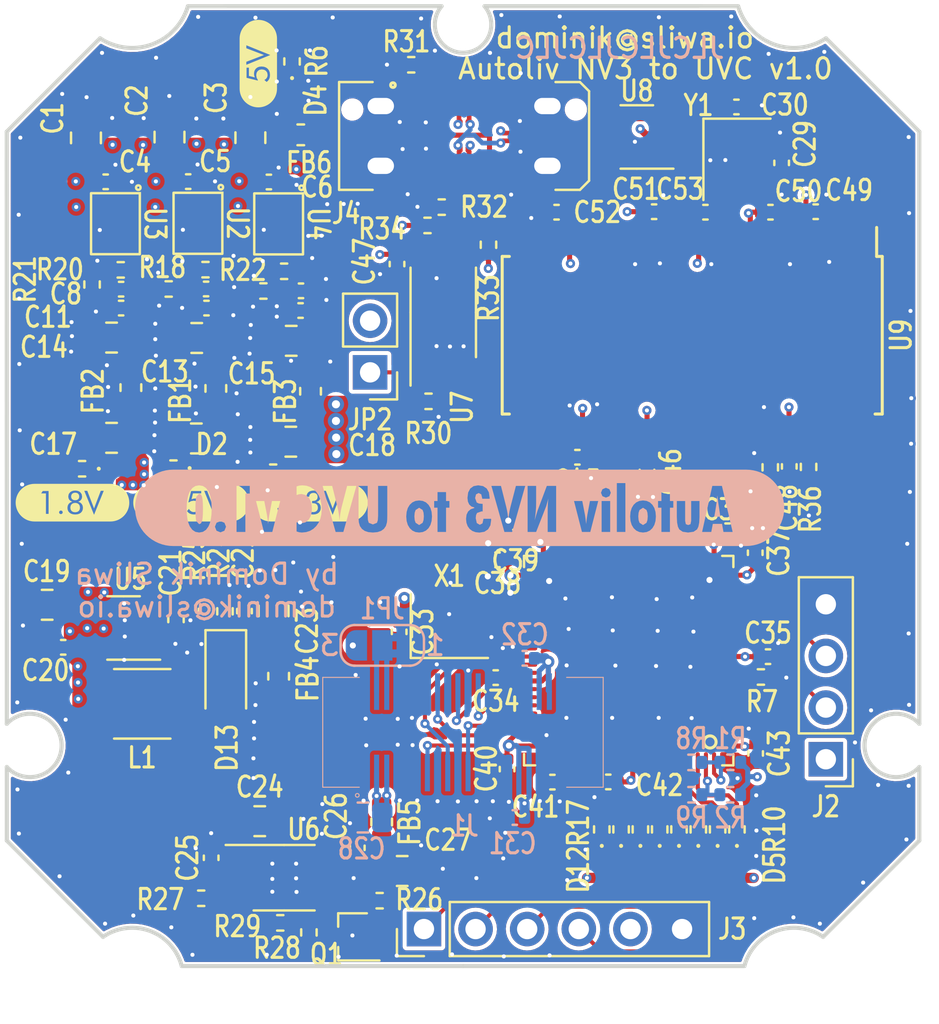
<source format=kicad_pcb>
(kicad_pcb (version 20211014) (generator pcbnew)
  (layers (0 "F.Cu" signal) (1 "In1.Cu" signal) (2 "In2.Cu" signal) (31 "B.Cu" signal) (34 "B.Paste" user) (35 "F.Paste" user) (36 "B.SilkS" user "B.Silkscreen") (37 "F.SilkS" user "F.Silkscreen") (38 "B.Mask" user) (39 "F.Mask" user) (44 "Edge.Cuts" user))
  (net 0 "")
  (net 1 "+5V")
  (net 2 "GND")
  (net 3 "Net-(C7-Pad2)")
  (net 4 "Net-(C8-Pad2)")
  (net 5 "Net-(C9-Pad2)")
  (net 6 "+2V5")
  (net 7 "+1V8")
  (net 8 "+3.3V")
  (net 9 "Net-(C21-Pad1)")
  (net 10 "Net-(C21-Pad2)")
  (net 11 "+12VA")
  (net 12 "Net-(C26-Pad2)")
  (net 13 "VAA")
  (net 14 "Net-(C29-Pad2)")
  (net 15 "Net-(C30-Pad2)")
  (net 16 "Net-(D1-Pad1)")
  (net 17 "Net-(D2-Pad1)")
  (net 18 "Net-(D3-Pad1)")
  (net 19 "Net-(D4-Pad1)")
  (net 20 "Net-(D5-Pad1)")
  (net 21 "Net-(D6-Pad1)")
  (net 22 "Net-(D7-Pad1)")
  (net 23 "Net-(D8-Pad1)")
  (net 24 "Net-(D9-Pad1)")
  (net 25 "Net-(D10-Pad1)")
  (net 26 "Net-(D11-Pad1)")
  (net 27 "Net-(D12-Pad1)")
  (net 28 "Net-(D13-Pad2)")
  (net 29 "/USB/V_{IN}")
  (net 30 "/FPGA_DBG_TX")
  (net 31 "/FPGA_DBG_RX")
  (net 32 "/FPGA_TMS")
  (net 33 "/FPGA_TCK")
  (net 34 "/FPGA_TDI")
  (net 35 "/FPGA_TDO")
  (net 36 "Net-(J1-Pad38)")
  (net 37 "Net-(JP2-Pad1)")
  (net 38 "Net-(Q1-Pad3)")
  (net 39 "/FPGA_MODE0")
  (net 40 "/FPGA_MODE1")
  (net 41 "/~{FPGA_RECONF}")
  (net 42 "/~{LED0}")
  (net 43 "/~{LED1}")
  (net 44 "/~{LED2}")
  (net 45 "/~{LED3}")
  (net 46 "/~{LED4}")
  (net 47 "/~{LED5}")
  (net 48 "/~{LED6}")
  (net 49 "/~{LED7}")
  (net 50 "Net-(R27-Pad1)")
  (net 51 "Net-(R28-Pad1)")
  (net 54 "/USB/USB_SDA")
  (net 55 "/USB/USB_SCL")
  (net 56 "Net-(R35-Pad2)")
  (net 57 "Net-(R36-Pad2)")
  (net 59 "/USB/USB_D-")
  (net 60 "/USB/USB_D+")
  (net 64 "/USB/FIFO_CTRL.CLK_OUT")
  (net 65 "/USB/FIFO_CTRL.SLRD")
  (net 66 "/USB/FIFO_CTRL.SLWR")
  (net 67 "/USB/FIFO_CTRL.CLK_IN")
  (net 68 "/USB/FIFO_DATA0")
  (net 69 "/USB/FIFO_DATA1")
  (net 70 "/USB/FIFO_DATA2")
  (net 71 "/USB/FIFO_DATA3")
  (net 72 "/USB/FIFO_DATA4")
  (net 73 "/USB/FIFO_DATA5")
  (net 74 "/USB/FIFO_DATA6")
  (net 75 "/USB/FIFO_DATA7")
  (net 76 "/USB/FIFO_CTRL.FLAG1")
  (net 77 "/USB/FIFO_CTRL.FLAG2")
  (net 78 "/USB/FIFO_CTRL.FLAG3")
  (net 79 "/USB/FIFO_CTRL.~{INT0}")
  (net 80 "/USB/FIFO_CTRL.~{INT1}")
  (net 81 "/USB/FIFO_CTRL.SLOE")
  (net 83 "/USB/FIFO_CTRL.ADDR0")
  (net 84 "/USB/FIFO_CTRL.ADDR1")
  (net 85 "/USB/FIFO_CTRL.PKTEND")
  (net 92 "/25MHz_CLK")
  (net 93 "/ENA")
  (net 94 "/DATA_ODD")
  (net 95 "/BIAS")
  (net 96 "/CLK")
  (net 97 "/DATA_EVEN")
  (net 98 "/CMD")
  (net 115 "/SHUTTER")
  (net 116 "/V_{BIAS}_SEL")
  (net 123 "Net-(J4-PadA5)")
  (net 129 "Net-(J4-PadB5)")
  (net 133 "/Power/2V5_UNFLT")
  (net 134 "/Power/1V8_UNFLT")
  (net 135 "/Power/3V3_UNFLT")
  (footprint "Capacitor_SMD:C_0805_2012Metric" (layer "F.Cu") (at 136.65 98.95 180)
    (fp_text reference "C16" hide)
    (fp_text value "33u")
  )
  (footprint "Capacitor_SMD:C_0805_2012Metric" (layer "F.Cu") (at 141.32 94.15 180)
    (fp_text reference "C15")
    (fp_text value "33u")
  )
  (footprint "Capacitor_SMD:C_0805_2012Metric" (layer "F.Cu") (at 131.22 84.17 90)
    (fp_text reference "C1")
    (fp_text value "22u")
  )
  (footprint "Capacitor_SMD:C_0402_1005Metric" (layer "F.Cu") (at 144.57 119.08 -90)
    (fp_text reference "C26")
    (fp_text value "100n")
  )
  (footprint "Resistor_SMD:R_0402_1005Metric" (layer "F.Cu") (at 166.775 100.35 90)
    (fp_text reference "R36")
    (fp_text value "5k1")
  )
  (footprint "LED_SMD:LED_0402_1005Metric" (layer "F.Cu") (at 156.6 120.075 -90)
    (fp_text reference "D12")
    (fp_text value "Green")
  )
  (footprint "Resistor_SMD:R_0402_1005Metric" (layer "F.Cu") (at 161.35 118.175 90)
    (fp_text reference "R12" hide)
    (fp_text value "470R")
  )
  (footprint "kibuzzard-636D73F4" (layer "F.Cu") (at 139.7 80.518 90)
    (fp_text reference "kibuzzard-636D73F4" hide)
    (fp_text value "G***" hide)
  )
  (footprint "LED_SMD:LED_0402_1005Metric" (layer "F.Cu") (at 142.3075 100.61)
    (fp_text reference "D3" hide)
    (fp_text value "Green")
  )
  (footprint "Resistor_SMD:R_0402_1005Metric" (layer "F.Cu") (at 139.95 91.7 180)
    (fp_text reference "R23" hide)
    (fp_text value "31k6")
  )
  (footprint "Resistor_SMD:R_0402_1005Metric" (layer "F.Cu") (at 135.525 100.41 180)
    (fp_text reference "R4" hide)
    (fp_text value "1k")
  )
  (footprint "Capacitor_SMD:C_0402_1005Metric" (layer "F.Cu") (at 132.95 92.54 180)
    (fp_text reference "C11")
    (fp_text value "100n")
  )
  (footprint "Capacitor_SMD:C_0402_1005Metric" (layer "F.Cu") (at 146.63 108.46 -90)
    (fp_text reference "C33")
    (fp_text value "100n")
  )
  (footprint "Capacitor_SMD:C_0402_1005Metric" (layer "F.Cu") (at 155.4 99.875 180)
    (fp_text reference "C45")
    (fp_text value "100n")
  )
  (footprint "Capacitor_SMD:C_0805_2012Metric" (layer "F.Cu") (at 139.31 84.16 90)
    (fp_text reference "C3")
    (fp_text value "22u")
  )
  (footprint "Package_TO_SOT_SMD:SOT-323_SC-70" (layer "F.Cu") (at 144.36 123.46 180)
    (fp_text reference "Q1")
    (fp_text value "BSS138PW,115")
  )
  (footprint "Capacitor_SMD:C_0402_1005Metric" (layer "F.Cu") (at 162.79 103.49)
    (fp_text reference "C36")
    (fp_text value "100n")
  )
  (footprint "Custom:MUN3CAD01" (layer "F.Cu") (at 132.67 88.39 -90)
    (fp_text reference "U3")
    (fp_text value "MUN3CAD01-SC")
  )
  (footprint "Package_TO_SOT_SMD:SOT-23-5" (layer "F.Cu") (at 133.07 108.27 180)
    (fp_text reference "U5")
    (fp_text value "AP3012")
  )
  (footprint "Capacitor_SMD:C_0805_2012Metric" (layer "F.Cu") (at 132.48 98.92 180)
    (fp_text reference "C17")
    (fp_text value "33u")
  )
  (footprint "Connector_PinHeader_2.54mm:PinHeader_1x04_P2.54mm_Vertical" (layer "F.Cu") (at 167.625 114.725 180)
    (fp_text reference "J2")
    (fp_text value "Conn_01x04")
  )
  (footprint "LED_SMD:LED_0402_1005Metric" (layer "F.Cu") (at 163.25 120.075 -90)
    (fp_text reference "D5")
    (fp_text value "Green")
  )
  (footprint "LED_SMD:LED_0402_1005Metric" (layer "F.Cu") (at 141.36 82.32 -90)
    (fp_text reference "D4")
    (fp_text value "Green")
  )
  (footprint "Capacitor_SMD:C_0402_1005Metric" (layer "F.Cu") (at 165.45 85.4 -90)
    (fp_text reference "C29")
    (fp_text value "12pF")
  )
  (footprint "kibuzzard-636D7427" (layer "F.Cu") (at 136.398 102.108)
    (fp_text reference "kibuzzard-636D7427" hide)
    (fp_text value "G***" hide)
  )
  (footprint "Capacitor_SMD:C_0402_1005Metric" (layer "F.Cu") (at 151.38 110.71 180)
    (fp_text reference "C34")
    (fp_text value "100n")
  )
  (footprint "Resistor_SMD:R_0402_1005Metric" (layer "F.Cu") (at 156.6 118.175 90)
    (fp_text reference "R17")
    (fp_text value "470R")
  )
  (footprint "Resistor_SMD:R_0402_1005Metric" (layer "F.Cu") (at 157.55 118.175 90)
    (fp_text reference "R16" hide)
    (fp_text value "470R")
  )
  (footprint "Capacitor_SMD:C_0805_2012Metric" (layer "F.Cu") (at 136.67 94.01 180)
    (fp_text reference "C13")
    (fp_text value "33u")
  )
  (footprint "Resistor_SMD:R_0402_1005Metric" (layer "F.Cu") (at 137.1 90.65 180)
    (fp_text reference "R18")
    (fp_text value "100k")
  )
  (footprint "Capacitor_SMD:C_0402_1005Metric" (layer "F.Cu") (at 151.47 104.92 180)
    (fp_text reference "C38")
    (fp_text value "100n")
  )
  (footprint "Resistor_SMD:R_0402_1005Metric" (layer "F.Cu") (at 138.06 107.45 90)
    (fp_text reference "R24")
    (fp_text value "75k")
  )
  (footprint "LED_SMD:LED_0402_1005Metric" (layer "F.Cu") (at 160.4 120.075 -90)
    (fp_text reference "D8" hide)
    (fp_text value "Green")
  )
  (footprint "Resistor_SMD:R_0402_1005Metric" (layer "F.Cu") (at 145.67 121.68 180)
    (fp_text reference "R26")
    (fp_text value "10K")
  )
  (footprint "Package_SO:SSOP-56_7.5x18.5mm_P0.635mm" (layer "F.Cu") (at 161.05 93.875 -90)
    (fp_text reference "U9")
    (fp_text value "CY7C68013A-56PVX")
  )
  (footprint "Resistor_SMD:R_0402_1005Metric" (layer "F.Cu") (at 142.19 123.24 -90)
    (fp_text reference "R28")
    (fp_text value "499K")
  )
  (footprint "Capacitor_SMD:C_0402_1005Metric" (layer "F.Cu") (at 137.13 91.6 180)
    (fp_text reference "C7" hide)
    (fp_text value "100p")
  )
  (footprint "Capacitor_SMD:C_0805_2012Metric" (layer "F.Cu") (at 141.3 99.11 180)
    (fp_text reference "C18")
    (fp_text value "33u")
  )
  (footprint "Capacitor_SMD:C_0805_2012Metric" (layer "F.Cu") (at 129.31 107.13 180)
    (fp_text reference "C19")
    (fp_text value "22u")
  )
  (footprint "Custom:MUN3CAD01" (layer "F.Cu") (at 136.73 88.37 -90)
    (fp_text reference "U2")
    (fp_text value "MUN3CAD01-SC")
  )
  (footprint "Capacitor_SMD:C_0402_1005Metric" (layer "F.Cu") (at 156.92 115.84 180)
    (fp_text reference "C42")
    (fp_text value "100n")
  )
  (footprint "Resistor_SMD:R_0402_1005Metric" (layer "F.Cu") (at 158.5 118.175 90)
    (fp_text reference "R15" hide)
    (fp_text value "470R")
  )
  (footprint "Inductor_SMD:L_1812_4532Metric" (layer "F.Cu") (at 133.99 112)
    (fp_text reference "L1")
    (fp_text value "10uH")
  )
  (footprint "Resistor_SMD:R_0402_1005Metric" (layer "F.Cu") (at 148.025 88.475)
    (fp_text reference "R34")
    (fp_text value "5k1")
  )
  (footprint "Resistor_SMD:R_0402_1005Metric" (layer "F.Cu") (at 148.075 97.125 180)
    (fp_text reference "R30")
    (fp_text value "5k1")
  )
  (footprint "Resistor_SMD:R_0402_1005Metric" (layer "F.Cu") (at 131.03 100.44 180)
    (fp_text reference "R3" hide)
    (fp_text value "470R")
  )
  (footprint "Capacitor_SMD:C_0805_2012Metric" (layer "F.Cu") (at 146.78 120.22 180)
    (fp_text reference "C27")
    (fp_text value "10u")
  )
  (footprint "Capacitor_SMD:C_0402_1005Metric" (layer "F.Cu") (at 137.15 92.54 180)
    (fp_text reference "C10" hide)
    (fp_text value "100n")
  )
  (footprint "LED_SMD:LED_0402_1005Metric" (layer "F.Cu") (at 159.45 120.075 -90)
    (fp_text reference "D9" hide)
    (fp_text value "Green")
  )
  (footprint "kibuzzard-636D7417" (layer "F.Cu") (at 142.24 102.108)
    (fp_text reference "kibuzzard-636D7417" hide)
    (fp_text value "G***" hide)
  )
  (footprint "Resistor_SMD:R_0402_1005Metric" (layer "F.Cu") (at 164.43 110.68)
    (fp_text reference "R7")
    (fp_text value "10k")
  )
  (footprint "Capacitor_SMD:C_0402_1005Metric" (layer "F.Cu") (at 163.225 82.65 180)
    (fp_text reference "C30")
    (fp_text value "12pF")
  )
  (footprint "Capacitor_SMD:C_0402_1005Metric" (layer "F.Cu") (at 136.25 86.32)
    (fp_text reference "C5")
    (fp_text value "100n")
  )
  (footprint "Capacitor_SMD:C_0402_1005Metric" (layer "F.Cu") (at 132.19 86.33)
    (fp_text reference "C4")
    (fp_text value "100n")
  )
  (footprint "Resistor_SMD:R_0402_1005Metric" (layer "F.Cu") (at 141.36 80.4125 90)
    (fp_text reference "R6")
    (fp_text value "33k")
  )
  (footprint "Capacitor_SMD:C_0402_1005Metric" (layer "F.Cu") (at 151.94 115.21 -90)
    (fp_text reference "C40")
    (fp_text value "100n")
  )
  (footprint "Capacitor_SMD:C_0402_1005Metric" (layer "F.Cu") (at 132.95 91.61 180)
    (fp_text reference "C8")
    (fp_text value "100p")
  )
  (footprint "Resistor_SMD:R_0402_1005Metric" (layer "F.Cu") (at 135.65 107.83 -90)
    (fp_text reference "R25")
    (fp_text value "9k1")
  )
  (footprint "Oscillator:Oscillator_SMD_Abracon_ASE-4Pin_3.2x2.5mm" (layer "F.Cu") (at 149.1 108.17)
    (fp_text reference "X1")
    (fp_text value "ASE-25MHz")
  )
  (footprint "Resistor_SMD:R_0402_1005Metric" (layer "F.Cu") (at 164.89 100.37 90)
    (fp_text reference "R35")
    (fp_text value "5k1")
  )
  (footprint "Connector_PinHeader_2.54mm:PinHeader_1x06_P2.54mm_Vertical" (layer "F.Cu") (at 147.85 123.075 90)
    (fp_text reference "J3")
    (fp_text value "Conn_01x06")
  )
  (footprint "Inductor_SMD:L_0603_1608Metric" (layer "F.Cu") (at 141.79 84.02 180)
    (fp_text reference "FB6")
    (fp_text value "FerriteBead_Small")
  )
  (footprint "Capacitor_SMD:C_0402_1005Metric" (layer "F.Cu") (at 164.17 114.44 -90)
    (fp_text reference "C43")
    (fp_text value "100n")
  )
  (footprint "Resistor_SMD:R_0402_1005Metric" (layer "F.Cu") (at 132.93 90.66 180)
    (fp_text reference "R20")
    (fp_text value "100k")
  )
  (footprint "Capacitor_SMD:C_0402_1005Metric" (layer "F.Cu") (at 164.78 109.68)
    (fp_text reference "C35")
    (fp_text value "100n")
  )
  (footprint "LED_SMD:LED_0402_1005Metric" (layer "F.Cu") (at 137.41 100.41)
    (fp_text reference "D2")
    (fp_text value "Green")
  )
  (footprint "Resistor_SMD:R_0402_1005Metric" (layer "F.Cu") (at 140.78 122.77 180)
    (fp_text reference "R29")
    (fp_text value "110k")
  )
  (footprint "Resistor_SMD:R_0402_1005Metric" (layer "F.Cu") (at 140.4325 100.61 180)
    (fp_text reference "R5" hide)
    (fp_text value "10k")
  )
  (footprint "kibuzzard-636D7435" (layer "F.Cu") (at 130.556 102.108)
    (fp_text reference "kibuzzard-636D7435" hide)
    (fp_text value "G***" hide)
  )
  (footprint "Capacitor_SMD:C_0805_2012Metric" (layer "F.Cu") (at 139.77 117.77)
    (fp_text reference "C24")
    (fp_text value "1u")
  )
  (footprint "Capacitor_SMD:C_0402_1005Metric" (layer "F.Cu") (at 159.175 87.8)
    (fp_text reference "C51")
    (fp_text value "100n")
  )
  (footprint "Resistor_SMD:R_0402_1005Metric" (layer "F.Cu") (at 163.25 118.175 90)
    (fp_text reference "R10")
    (fp_text value "470R")
  )
  (footprint "Resistor_SMD:R_0402_1005Metric" (layer "F.Cu") (at 148.725 87.575)
    (fp_text reference "R32")
    (fp_text value "5k1")
  )
  (footprint "Capacitor_SMD:C_0402_1005Metric" (layer "F.Cu") (at 154.375 87.825 180)
    (fp_text reference "C52")
    (fp_text value "100n")
  )
  (footprint "Capacitor_SMD:C_0402_1005Metric" (layer "F.Cu") (at 158.825 100.6 -90)
    (fp_text reference "C46")
    (fp_text value "100n")
  )
  (footprint "Capacitor_SMD:C_0402_1005Metric" (layer "F.Cu") (at 141.8 91.69 180)
    (fp_text reference "C9" hide)
    (fp_text value "100p")
  )
  (footprint "Resistor_SMD:R_0402_1005Metric" (layer "F.Cu") (at 140.97 90.73 180)
    (fp_text reference "R22")
    (fp_text value "100k")
  )
  (footprint "Resistor_SMD:R_0402_1005Metric" (layer "F.Cu") (at 147.225 80.575)
    (fp_text reference "R31")
    (fp_text value "5k1")
  )
  (footprint "Custom:QFN-88_EP_10x10_Pitch0.4mm" (layer "F.Cu") (at 157.925 109.875 180)
    (fp_text reference "U1" hide)
    (fp_text value "GW1NR-9_QN882")
  )
  (footprint "LED_SMD:LED_0402_1005Metric" (layer "F.Cu") (at 132.94 100.44)
    (fp_text reference "D1" hide)
    (fp_text value "Green")
  )
  (footprint "Resistor_SMD:R_0402_1005Metric" (layer "F.Cu") (at 162.3 118.175 90)
    (fp_text reference "R11" hide)
    (fp_text value "470R")
  )
  (footprint "Capacitor_SMD:C_0402_1005Metric" (layer "F.Cu") (at 154.17 115.85)
    (fp_text reference "C41")
    (fp_text value "100n")
  )
  (footprint "Inductor_SMD:L_0603_1608Metric" (layer "F.Cu") (at 137.61 96.49 -90)
    (fp_text reference "FB1")
    (fp_text value "FerriteBead_Small")
  )
  (footprint "Resistor_SMD:R_0402_1005Metric" (layer "F.Cu") (at 135.29 91.6 180)
    (fp_text reference "R19" hide)
    (fp_text value "31k6")
  )
  (footprint "Capacitor_SMD:C_0402_1005Metric" (layer "F.Cu") (at 165.825 100.325 -90)
    (fp_text reference "C48")
    (fp_text value "100n")
  )
  (footprint "Capacitor_SMD:C_0402_1005Metric" (layer "F.Cu") (at 146.525 90.375 -90)
    (fp_text reference "C47")
    (fp_text value "100n")
  )
  (footprint "Capacitor_SMD:C_0402_1005Metric" (layer "F.Cu") (at 164.15 104.57 90)
    (fp_text reference "C37")
    (fp_text value "100n")
  )
  (footprint "LED_SMD:LED_0402_1005Metric" (layer "F.Cu") (at 162.3 120.075 -90)
    (fp_text reference "D6" hide)
    (fp_text value "Green")
  )
  (footprint "Resistor_SMD:R_0402_1005Metric" (layer "F.Cu") (at 160.4 118.175 90)
    (fp_text reference "R13" hide)
    (fp_text value "470R")
  )
  (footprint "Inductor_SMD:L_0603_1608Metric" (layer "F.Cu") (at 133.43 96.45 -90)
    (fp_text reference "FB2")
    (fp_text value "FerriteBead_Small")
  )
  (footprint "Resistor_SMD:R_0402_1005Metric" (layer "F.Cu") (at 151.025 89.425 90)
    (fp_text reference "R33")
    (fp_text value "5k1")
  )
  (footprint "Capacitor_SMD:C_0402_1005Metric" (layer "F.Cu") (at 137.38 119.57 90)
    (fp_text reference "C25")
    (fp_text value "100n")
  )
  (footprint "Capacitor_SMD:C_0402_1005Metric" (layer "F.Cu") (at 140.22 86.34)
    (fp_text reference "C6")
    (fp_text value "100n")
  )
  (footprint "Capacitor_SMD:C_0402_1005Metric" (layer "F.Cu") (at 141.78 92.66 180)
    (fp_text reference "C12" hide)
    (fp_text value "100n")
  )
  (footprint "Capacitor_SMD:C_0402_1005Metric" (layer "F.Cu") (at 130.1 109.22 180)
    (fp_text reference "C20")
    (fp_text value "100n")
  )
  (footprint "Capacitor_SMD:C_0805_2012Metric" (layer "F.Cu") (at 140.45 107.43 90)
    (fp_text reference "C23")
    (fp_text value "10u")
  )
  (footprint "Capacitor_SMD:C_0402_1005Metric" (layer "F.Cu") (at 137.13 107.43 90)
    (fp_text reference "C21")
    (fp_text value "10p")
  )
  (footprint "Capacitor_SMD:C_0402_1005Metric" (layer "F.Cu") (at 152.35 103.8 180)
    (fp_text reference "C39")
    (fp_text value "100n")
  )
  (footprint "LED_SMD:LED_0402_1005Metric" (layer "F.Cu") (at 158.5 120.075 -90)
    (fp_text reference "D10" hide)
    (fp_text value "Green")
  )
  (footprint "Resistor_SMD:R_0402_1005Metric" (layer "F.Cu") (at 136.89 121.56 180)
    (fp_text reference "R27")
    (fp_text value "1k")
  )
  (footprint "Custom:MUN3CAD01" (layer "F.Cu") (at 140.7 88.4 -90)
    (fp_text reference "U4")
    (fp_text value "MUN3CAD01-SC")
  )
  (footprint "Capacitor_SMD:C_0402_1005Metric" (layer "F.Cu") (at 161.7 87.825)
    (fp_text reference "C53")
    (fp_text value "100n")
  )
  (footprint "Package_TO_SOT_SMD:SOT-23-6" (layer "F.Cu") (at 158.325 84.125 180)
    (fp_text reference "U8")
    (fp_text value "USBLC6-2SC6")
  )
  (footprint "Resistor_SMD:R_0402_1005Metric" (layer "F.Cu") (at 131.52 91.38 90)
    (fp_text reference "R21")
    (fp_text value "50k")
  )
  (footprint "LED_SMD:LED_0402_1005Metric" (layer "F.Cu") (at 157.55 120.075 -90)
    (fp_text reference "D11" hide)
    (fp_text value "Green")
  )
  (footprint "Inductor_SMD:L_0603_1608Metric" (layer "F.Cu") (at 140.7 110.6425 -90)
    (fp_text reference "FB4")
    (fp_text value "FerriteBead_Small")
  )
  (footprint "Inductor_SMD:L_0603_1608Metric" (layer "F.Cu") (at 145.77 117.81 90)
    (fp_text reference "FB5")
    (fp_text value "FerriteBead_Small")
  )
  (footprint "Capacitor_SMD:C_0402_1005Metric" (layer "F.Cu") (at 139.02 107.44 90)
    (fp_text reference "C22")
    (fp_text value "100n")
  )
  (footprint "Connector_USB:USB_C_Receptacle_JAE_DX07S024WJ3R400" (layer "F.Cu") (at 149.825 84.075)
    (fp_text reference "J4")
    (fp_text value "USB_C_Receptacle")
  )
  (footprint "Capacitor_SMD:C_0402_1005Metric" (layer "F.Cu") (at 167.125 87.8)
    (fp_text reference "C49")
    (fp_text value "100n")
  )
  (footprint "Diode_SMD:D_SOD-123F" (layer "F.Cu") (at 138.1 110.5775 -90)
    (fp_text reference "D13")
    (fp_text value "PMEG2010EH")
  )
  (footprint "Crystal:Crystal_SMD_Abracon_ABM8G-4Pin_3.2x2.5mm" (layer "F.Cu") (at 163.25 85.225 -90)
    (fp_text reference "Y1")
    (fp_text value "24MHz")
  )
  (footprint "Capacitor_SMD:C_0402_1005Metric" (layer "F.Cu") (at 164.9 87.825)
    (fp_text reference "C50")
    (fp_text value "100n")
  )
  (footprint "Connector_PinHeader_2.54mm:PinHeader_1x02_P2.54mm_Vertical" (layer "F.Cu") (at 145.2 95.7 180)
    (fp_text reference "JP2")
    (fp_text value "2pin")
  )
  (footprint "LED_SMD:LED_0402_1005Metric" (layer "F.Cu") (at 161.35 120.075 -90)
    (fp_text reference "D7" hide)
    (fp_text value "Green")
  )
  (footprint "Capacitor_SMD:C_0805_2012Metric" (layer "F.Cu") (at 132.48 93.99 180)
    (fp_text reference "C14")
    (fp_text value "33u")
  )
  (footprint "Inductor_SMD:L_0603_1608Metric" (layer "F.Cu") (at 142.27 96.63 -90)
    (fp_text reference "FB3")
    (fp_text value "FerriteBead_Small")
  )
  (footprint "Resistor_SMD:R_0402_1005Metric" (layer "F.Cu") (at 159.45 118.175 90)
    (fp_text reference "R14" hide)
    (fp_text value "470R")
  )
  (footprint "Capacitor_SMD:C_0805_2012Metric" (layer "F.Cu") (at 135.33 84.13 90)
    (fp_text reference "C2")
    (fp_text value "22u")
  )
  (footprint "Package_SO:TSSOP-8_4.4x3mm_P0.65mm" (layer "F.Cu") (at 148.8 92.75 90)
    (fp_text reference "U7")
    (fp_text value "CAT24C128")
  )
  (footprint "Package_SO:MSOP-10-1EP_3x3mm_P0.5mm_EP1.68x1.88mm" (layer "F.Cu") (at 140.97 120.55)
    (fp_text reference "U6")
    (fp_text value "LT3042xMSE")
  )
  (footprint "Capacitor_SMD:C_0402_1005Metric" (layer "B.Cu") (at 152.81 109.76 180)
    (fp_text reference "C32")
    (fp_text value "10u")
  )
  (footprint "Resistor_SMD:R_0402_1005Metric" (layer "B.Cu") (at 161.01 116.47 180)
    (fp_text reference "R9")
    (fp_text value "10k")
  )
  (footprint "Capacitor_SMD:C_0402_1005Metric" (layer "B.Cu") (at 152.32 117.59 180)
    (fp_text reference "C31")
    (fp_text value "10u")
  )
  (footprint "Resistor_SMD:R_0402_1005Metric" (layer "B.Cu") (at 162.92 116.47 180)
    (fp_text reference "R2")
    (fp_text value "10k")
  )
  (footprint "Capacitor_SMD:C_0805_2012Metric" (layer "B.Cu") (at 144.85 117.59 180)
    (fp_text reference "C28")
    (fp_text value "1u")
  )
  (footprint "Jumper:SolderJumper-3_P1.3mm_Bridged2Bar12_RoundedPad1.0x1.5mm_NumberLabels" (layer "B.Cu") (at 145.8 109.125 180)
    (fp_text reference "JP1")
    (fp_text value "SolderJumper_3_Bridged12")
  )
  (footprint "Resistor_SMD:R_0402_1005Metric" (layer "B.Cu") (at 162.925 114.875 180)
    (fp_text reference "R1")
    (fp_text value "10k")
  )
  (footprint "Resistor_SMD:R_0402_1005Metric" (layer "B.Cu") (at 161.01 114.88 180)
    (fp_text reference "R8")
    (fp_text value "10k")
  )
  (footprint "Custom:52991-0408" (layer "B.Cu") (at 149.77 113.4 -90)
    (fp_text reference "J1")
    (fp_text value "Conn_02x20_Counter_Clockwise")
  )
  (footprint "kibuzzard-636D765E" (layer "B.Cu") (at 149.606 102.362 180)
    (fp_text reference "kibuzzard-636D765E" hide)
    (fp_text value "G***" hide)
  )
  (gr_arc locked (start 136.235685 77.695375) (mid 134.473012 79.573295) (end 131.915053 79.272559) (layer "Edge.Cuts") (width 0.2))
  (gr_arc locked (start 163.618498 124.895375) (mid 165.179109 123.168189) (end 167.488481 123.46056) (layer "Edge.Cuts") (width 0.2))
  (gr_line locked (start 127.324999 112.983293) (end 127.320905 83.866708) (layer "Edge.Cuts") (width 0.2))
  (gr_line locked (start 149.775 124.895375) (end 135.931501 124.895375) (layer "Edge.Cuts") (width 0.2))
  (gr_line locked (start 172.225 112.983292) (end 172.225 83.866708) (layer "Edge.Cuts") (width 0.2))
  (gr_line locked (start 127.324999 118.724042) (end 127.325 115.107458) (layer "Edge.Cuts") (width 0.2))
  (gr_arc locked (start 167.630851 79.272559) (mid 165.072903 79.573264) (end 163.310219 77.695375) (layer "Edge.Cuts") (width 0.2))
  (gr_line locked (start 127.320905 83.866708) (end 131.915053 79.272559) (layer "Edge.Cuts") (width 0.2))
  (gr_line locked (start 172.225 118.724041) (end 172.225 115.107458) (layer "Edge.Cuts") (width 0.2))
  (gr_arc locked (start 132.061517 123.460561) (mid 134.370888 123.16819) (end 135.931501 124.895375) (layer "Edge.Cuts") (width 0.2))
  (gr_line locked (start 132.061517 123.460561) (end 127.324999 118.724042) (layer "Edge.Cuts") (width 0.2))
  (gr_line locked (start 149.775 124.895375) (end 163.618498 124.895375) (layer "Edge.Cuts") (width 0.2))
  (gr_arc locked (start 172.225 115.107458) (mid 169.528651 114.045375) (end 172.225 112.983292) (layer "Edge.Cuts") (width 0.2))
  (gr_arc locked (start 127.324999 112.983293) (mid 130.021353 114.045374) (end 127.325 115.107458) (layer "Edge.Cuts") (width 0.2))
  (gr_line locked (start 136.235685 77.695375) (end 148.718096 77.694631) (layer "Edge.Cuts") (width 0.2))
  (gr_line locked (start 172.225 83.866708) (end 167.630851 79.272559) (layer "Edge.Cuts") (width 0.2))
  (gr_line locked (start 167.488481 123.46056) (end 172.225 118.724041) (layer "Edge.Cuts") (width 0.2))
  (gr_arc locked (start 150.831904 77.694631) (mid 149.775 79.984038) (end 148.718096 77.694631) (layer "Edge.Cuts") (width 0.2))
  (gr_line locked (start 163.310219 77.695375) (end 150.831904 77.694631) (layer "Edge.Cuts") (width 0.2))
  (gr_text "by Dominik Sliwa\ndominik@sliwa.io" (at 137.16 106.426) (layer "B.SilkS") (effects (font (size 1 1)) (justify mirror)))
  (gr_text "JLCJLCJLCJLC" (at 157.48 79.756) (layer "B.SilkS") (effects (font (size 1 1) (thickness 0.16)) (justify mirror)))
  (gr_text "dominik@sliwa.io" (at 157.734 79.248) (layer "F.SilkS") (effects (font (size 1 1))))
  (gr_text "Autoliv NV3 to UVC v1.0" (at 158.75 80.772) (layer "F.SilkS") (effects (font (size 1 1))))
  (segment (start 158.8905 84.125) (end 158.49 83.7245) (width 0.35) (layer "F.Cu") (net 1))
  (segment (start 159.4625 84.125) (end 158.8905 84.125) (width 0.35) (layer "F.Cu") (net 1))
  (segment (start 141.36 83.6625) (end 141.0025 84.02) (width 0.25) (layer "F.Cu") (net 1))
  (segment (start 141.36 82.805) (end 141.36 83.6625) (width 0.25) (layer "F.Cu") (net 1))
  (via (at 132.53 84.51) (size 0.45) (drill 0.2) (layers "F.Cu" "B.Cu") (net 1))
  (via (at 141.57 85.71) (size 0.45) (drill 0.2) (layers "F.Cu" "B.Cu") (net 1))
  (via (at 130.82 110.15) (size 0.45) (drill 0.2) (layers "F.Cu" "B.Cu") (net 1))
  (via (at 131.32 106.5) (size 0.45) (drill 0.2) (layers "F.Cu" "B.Cu") (net 1))
  (via (at 131.28 108.28) (size 0.45) (drill 0.2) (layers "F.Cu" "B.Cu") (net 1))
  (via (at 138.76 86.3) (size 0.45) (drill 0.2) (layers "F.Cu" "B.Cu") (net 1))
  (via (at 138.01 84.49) (size 0.45) (drill 0.2) (layers "F.Cu" "B.Cu") (net 1))
  (via (at 134.03 84.52) (size 0.45) (drill 0.2) (layers "F.Cu" "B.Cu") (net 1))
  (via (at 138.7 87.52) (size 0.45) (drill 0.2) (layers "F.Cu" "B.Cu") (net 1))
  (via (at 130.83 110.95) (size 0.45) (drill 0.2) (layers "F.Cu" "B.Cu") (net 1))
  (via (at 134.63 87.57) (size 0.45) (drill 0.2) (layers "F.Cu" "B.Cu") (net 1))
  (via (at 130.43 108.43) (size 0.45) (drill 0.2) (layers "F.Cu" "B.Cu") (net 1))
  (via (at 130.74 87.57) (size 0.45) (drill 0.2) (layers "F.Cu" "B.Cu") (net 1))
  (via (at 132.12 106.52) (size 0.45) (drill 0.2) (layers "F.Cu" "B.Cu") (net 1))
  (via (at 134.66 86.31) (size 0.45) (drill 0.2) (layers "F.Cu" "B.Cu") (net 1))
  (via (at 130.84 111.76) (size 0.45) (drill 0.2) (layers "F.Cu" "B.Cu") (net 1))
  (via (at 158.49 83.7245) (size 0.45) (drill 0.2) (layers "F.Cu" "B.Cu") (net 1))
  (via (at 132.09 108.3) (size 0.45) (drill 0.2) (layers "F.Cu" "B.Cu") (net 1))
  (via (at 136.66 84.46) (size 0.45) (drill 0.2) (layers "F.Cu" "B.Cu") (net 1))
  (via (at 130.72 86.31) (size 0.45) (drill 0.2) (layers "F.Cu" "B.Cu") (net 1))
  (segment (start 148.585 97.125) (end 148.475 97.015) (width 0.2) (layer "F.Cu") (net 2))
  (segment (start 148.475 97.015) (end 148.475 95.6125) (width 0.2) (layer "F.Cu") (net 2))
  (segment (start 141.44 86.34) (end 141.58 86.48) (width 0.35) (layer "F.Cu") (net 2))
  (segment (start 140.7 87.325) (end 140.7 86.34) (width 0.35) (layer "F.Cu") (net 2))
  (segment (start 157.995 84.125) (end 158.23 84.36) (width 0.35) (layer "F.Cu") (net 2))
  (segment (start 136.73 85.5) (end 136.71 85.48) (width 0.35) (layer "F.Cu") (net 2))
  (segment (start 136.73 87.295) (end 136.73 86.32) (width 0.35) (layer "F.Cu") (net 2))
  (segment (start 132.67 86.33) (end 133.48 86.33) (width 0.35) (layer "F.Cu") (net 2))
  (segment (start 157.1875 84.125) (end 157.995 84.125) (width 0.35) (layer "F.Cu") (net 2))
  (segment (start 136.73 86.32) (end 137.56 86.32) (width 0.35) (layer "F.Cu") (net 2))
  (segment (start 136.73 86.32) (end 136.73 85.5) (width 0.35) (layer "F.Cu") (net 2))
  (segment (start 132.67 86.33) (end 132.67 85.49) (width 0.35) (layer "F.Cu") (net 2))
  (segment (start 132.67 87.315) (end 132.67 86.33) (width 0.35) (layer "F.Cu") (net 2))
  (segment (start 137.56 86.32) (end 137.57 86.31) (width 0.35) (layer "F.Cu") (net 2))
  (segment (start 140.7 86.34) (end 141.44 86.34) (width 0.35) (layer "F.Cu") (net 2))
  (segment (start 140.7 86.34) (end 140.7 85.63) (width 0.35) (layer "F.Cu") (net 2))
  (via (at 139.33 93.37) (size 0.45) (drill 0.2) (layers "F.Cu" "B.Cu") (net 2))
  (via (at 164.21 118.23) (size 0.45) (drill 0.2) (layers "F.Cu" "B.Cu") (net 2))
  (via (at 159.3 106.85) (size 0.45) (drill 0.2) (layers "F.Cu" "B.Cu") (net 2))
  (via (at 128.06 104.13) (size 0.45) (drill 0.2) (layers "F.Cu" "B.Cu") (net 2))
  (via (at 127.94 95.29) (size 0.45) (drill 0.2) (layers "F.Cu" "B.Cu") (net 2))
  (via (at 153.13 88.11) (size 0.45) (drill 0.2) (layers "F.Cu" "B.Cu") (net 2))
  (via (at 141.56 120.58) (size 0.45) (drill 0.2) (layers "F.Cu" "B.Cu") (net 2))
  (via (at 146.66 116.75) (size 0.45) (drill 0.2) (layers "F.Cu" "B.Cu") (net 2))
  (via (at 159.12 101.83) (size 0.45) (drill 0.2) (layers "F.Cu" "B.Cu") (net 2))
  (via (at 149.8 94.42) (size 0.45) (drill 0.2) (layers "F.Cu" "B.Cu") (net 2))
  (via (at 167.79 90.27) (size 0.45) (drill 0.2) (layers "F.Cu" "B.Cu") (net 2))
  (via (at 152.22 109.2) (size 0.45) (drill 0.2) (layers "F.Cu" "B.Cu") (net 2))
  (via (at 128.12 108.15) (size 0.45) (drill 0.2) (layers "F.Cu" "B.Cu") (net 2))
  (via (at 156.37 97.27) (size 0.45) (drill 0.2) (layers "F.Cu" "B.Cu") (net 2))
  (via (at 134.62 98.17) (size 0.45) (drill 0.2) (layers "F.Cu" "B.Cu") (net 2))
  (via (at 159.4 112.69) (size 0.45) (drill 0.2) (layers "F.Cu" "B.Cu") (net 2))
  (via (at 134.61 97.58) (size 0.45) (drill 0.2) (layers "F.Cu" "B.Cu") (net 2))
  (via (at 143.05 92.14) (size 0.45) (drill 0.2) (layers "F.Cu" "B.Cu") (net 2))
  (via (at 139.56 112.06) (size 0.45) (drill 0.2) (layers "F.Cu" "B.Cu") (net 2))
  (via (at 163.92 101.55) (size 0.45) (drill 0.2) (layers "F.Cu" "B.Cu") (net 2))
  (via (at 140.16 101.5) (size 0.45) (drill 0.2) (layers "F.Cu" "B.Cu") (net 2))
  (via (at 144.21 117.87) (size 0.45) (drill 0.2) (layers "F.Cu" "B.Cu") (net 2))
  (via (at 136.36 107.89) (size 0.45) (drill 0.2) (layers "F.Cu" "B.Cu") (net 2))
  (via (at 156.07 100.9) (size 0.45) (drill 0.2) (layers "F.Cu" "B.Cu") (net 2))
  (via (at 171.72 112.05) (size 0.45) (drill 0.2) (layers "F.Cu" "B.Cu") (net 2))
  (via (at 138.47 92.89) (size 0.45) (drill 0.2) (layers "F.Cu" "B.Cu") (net 2))
  (via (at 129.92 120.48) (size 0.45) (drill 0.2) (layers "F.Cu" "B.Cu") (net 2))
  (via (at 138.63 96.73) (size 0.45) (drill 0.2) (layers "F.Cu" "B.Cu") (net 2))
  (via (at 147.71 78.3) (size 0.45) (drill 0.2) (layers "F.Cu" "B.Cu") (net 2))
  (via (at 142.16 81.36) (size 0.45) (drill 0.2) (layers "F.Cu" "B.Cu") (net 2))
  (via (at 149.09 107.59) (size 0.45) (drill 0.2) (layers "F.Cu" "B.Cu") (net 2))
  (via (at 154.53 116.8) (size 0.45) (drill 0.2) (layers "F.Cu" "B.Cu") (net 2))
  (via (at 135.42 122.99) (size 0.45) (drill 0.2) (layers "F.Cu" "B.Cu") (net 2))
  (via (at 138.48 89.97) (size 0.45) (drill 0.2) (layers "F.Cu" "B.Cu") (net 2))
  (via (at 146.51 124.38) (size 0.45) (drill 0.2) (layers "F.Cu" "B.Cu") (net 2))
  (via (at 166.79 102.74) (size 0.45) (drill 0.2) (layers "F.Cu" "B.Cu") (net 2))
  (via (at 147.71 118.96) (size 0.45) (drill 0.2) (layers "F.Cu" "B.Cu") (net 2))
  (via (at 136.71 85.48) (size 0.45) (drill 0.2) (layers "F.Cu" "B.Cu") (net 2))
  (via (at 154.87 110.11) (size 0.45) (drill 0.2) (layers "F.Cu" "B.Cu") (net 2))
  (via (at 147.52 116.75) (size 0.45) (drill 0.2) (layers "F.Cu" "B.Cu") (net 2))
  (via (at 127.96 98.55) (size 0.45) (drill 0.2) (layers "F.Cu" "B.Cu") (net 2))
  (via (at 147.29 114.03) (size 0.45) (drill 0.2) (layers "F.Cu" "B.Cu") (net 2))
  (via (at 152.6 84.85) (size 0.45) (drill 0.2) (layers "F.Cu" "B.Cu") (net 2))
  (via (at 141.8 106.48) (size 0.45) (drill 0.2) (layers "F.Cu" "B.Cu") (net 2))
  (via (at 136.2 109.48) (size 0.45) (drill 0.2) (layers "F.Cu" "B.Cu") (net 2))
  (via (at 151.78 124.42) (size 0.45) (drill 0.2) (layers "F.Cu" "B.Cu") (net 2))
  (via (at 165.37 83.91) (size 0.45) (drill 0.2) (layers "F.Cu" "B.Cu") (net 2))
  (via (at 154.01 105.96) (size 0.6) (drill 0.3) (layers "F.Cu" "B.Cu") (net 2))
  (via (at 133.13 107.89) (size 0.45) (drill 0.2) (layers "F.Cu" "B.Cu") (net 2))
  (via (at 145.69 90.87) (size 0.45) (drill 0.2) (layers "F.Cu" "B.Cu") (net 2))
  (via (at 127.99 84.16) (size 0.45) (drill 0.2) (layers "F.Cu" "B.Cu") (net 2))
  (via (at 144.39 120.57) (size 0.45) (drill 0.2) (layers "F.Cu" "B.Cu") (net 2))
  (via (at 169.46 120.79) (size 0.45) (drill 0.2) (layers "F.Cu" "B.Cu") (net 2))
  (via (at 159.35 108.41) (size 0.45) (drill 0.2) (layers "F.Cu" "B.Cu") (net 2))
  (via (at 130.51 93.23) (size 0.45) (drill 0.2) (layers "F.Cu" "B.Cu") (net 2))
  (via (at 159.46 90.34) (size 0.45) (drill 0.2) (layers "F.Cu" "B.Cu") (net 2))
  (via (at 130.22 112.78) (size 0.45) (drill 0.2) (layers "F.Cu" "B.Cu") (net 2))
  (via (at 139.92 90.23) (size 0.45) (drill 0.2) (layers "F.Cu" "B.Cu") (net 2))
  (via (at 152.1 106.54) (size 0.6) (drill 0.3) (layers "F.Cu" "B.Cu") (net 2))
  (via (at 162.68 85.26) (size 0.45) (drill 0.2) (layers "F.Cu" "B.Cu") (net 2))
  (via (at 140.61 92.45) (size 0.45) (drill 0.2) (layers "F.Cu" "B.Cu") (net 2))
  (via (at 171.82 99.21) (size 0.45) (drill 0.2) (layers "F.Cu" "B.Cu") (net 2))
  (via (at 144.33 123.39) (size 0.45) (drill 0.2) (layers "F.Cu" "B.Cu") (net 2))
  (via (at 164.48 82.57) (size 0.45) (drill 0.2) (layers "F.Cu" "B.Cu") (net 2))
  (via (at 169.06 113.9) (size 0.45) (drill 0.2) (layers "F.Cu" "B.Cu") (net 2))
  (via (at 140.6 79.87) (size 0.45) (drill 0.2) (layers "F.Cu" "B.Cu") (net 2))
  (via (at 151.66 78.13) (size 0.45) (drill 0.2) (layers "F.Cu" "B.Cu") (net 2))
  (via (at 171.59 118.67) (size 0.45) (drill 0.2) (layers "F.Cu" "B.Cu") (net 2))
  (via (at 134.66 94.88) (size 0.45) (drill 0.2) (layers "F.Cu" "B.Cu") (net 2))
  (via (at 150.99 105.73) (size 0.6) (drill 0.3) (layers "F.Cu" "B.Cu") (net 2))
  (via (at 148.78 120.11) (size 0.45) (drill 0.2) (layers "F.Cu" "B.Cu") (net 2))
  (via (at 151.85 118.34) (size 0.45) (drill 0.2) (layers "F.Cu" "B.Cu") (net 2))
  (via (at 154.9 120.67) (size 0.45) (drill 0.2) (layers "F.Cu" "B.Cu") (net 2))
  (via (at 164.1 99.67) (size 0.45) (drill 0.2) (layers "F.Cu" "B.Cu") (net 2))
  (via (at 135.62 109.05) (size 0.45) (drill 0.2) (layers "F.Cu" "B.Cu") (net 2))
  (via (at 131.71 92.71) (size 0.45) (drill 0.2) (layers "F.Cu" "B.Cu") (net 2))
  (via (at 163.83 113.22) (size 0.45) (drill 0.2) (layers "F.Cu" "B.Cu") (net 2))
  (via (at 136.65 83.22) (size 0.45) (drill 0.2) (layers "F.Cu" "B.Cu") (net 2))
  (via (at 136.61 96.4) (size 0.45) (drill 0.2) (layers "F.Cu" "B.Cu") (net 2))
  (via (at 164.53 103.36) (size 0.45) (drill 0.2) (layers "F.Cu" "B.Cu") (net 2))
  (via (at 134.58 99.58) (size 0.45) (drill 0.2) (layers "F.Cu" "B.Cu") (net 2))
  (via (at 151.01 104.1) (size 0.6) (drill 0.3) (layers "F.Cu" "B.Cu") (net 2))
  (via (at 171.83 96.97) (size 0.45) (drill 0.2) (layers "F.Cu" "B.Cu") (net 2))
  (via (at 139.48 90.95) (size 0.45) (drill 0.2) (layers "F.Cu" "B.Cu") (net 2))
  (via (at 138.52 94.99) (size 0.45) (drill 0.2) (layers "F.Cu" "B.Cu") (net 2))
  (via (at 159.27 110.14) (size 0.45) (drill 0.2) (layers "F.Cu" "B.Cu") (net 2))
  (via (at 140.39 120.61) (size 0.45) (drill 0.2) (layers "F.Cu" "B.Cu") (net 2))
  (via (at 152.61 80.99) (size 0.45) (drill 0.2) (layers "F.Cu" "B.Cu") (net 2))
  (via (at 132.25 95.35) (size 0.45) (drill 0.2) (layers "F.Cu" "B.Cu") (net 2))
  (via (at 137.98 83.22) (size 0.45) (drill 0.2) (layers "F.Cu" "B.Cu") (net 2))
  (via (at 139.97 88.69) (size 0.45) (drill 0.2) (layers "F.Cu" "B.Cu") (net 2))
  (via (at 154.03 124.37) (size 0.45) (drill 0.2) (layers "F.Cu" "B.Cu") (net 2))
  (via (at 141.92 117.66) (size 0.45) (drill 0.2) (layers "F.Cu" "B.Cu") (net 2))
  (via (at 139.44 92.47) (size 0.45) (drill 0.2) (layers "F.Cu" "B.Cu") (net 2))
  (via (at 165.84 101.57) (size 0.45) (drill 0.2) (layers "F.Cu" "B.Cu") (net 2))
  (via (at 130.49 94.68) (size 0.45) (drill 0.2) (layers "F.Cu" "B.Cu") (net 2))
  (via (at 136.74 78.22) (size 0.45) (drill 0.2) (layers "F.Cu" "B.Cu") (net 2))
  (via (at 171.72 87.87) (size 0.45) (drill 0.2) (layers "F.Cu" "B.Cu") (net 2))
  (via (at 147.05 86.94) (size 0.45) (drill 0.2) (layers "F.Cu" "B.Cu") (net 2))
  (via (at 141.42 105.05) (size 0.45) (drill 0.2) (layers "F.Cu" "B.Cu") (net 2))
  (via (at 157.11 112.69) (size 0.45) (drill 0.2) (layers "F.Cu" "B.Cu") (net 2))
  (via (at 128.08 101.21) (size 0.45) (drill 0.2) (layers "F.Cu" "B.Cu") (net 2))
  (via (at 143.9 87.42) (size 0.45) (drill 0.2) (layers "F.Cu" "B.Cu") (net 2))
  (via (at 133.1 107.07) (size 0.45) (drill 0.2) (layers "F.Cu" "B.Cu") (net 2))
  (via (at 153.55 116.78) (size 0.45) (drill 0.2) (layers "F.Cu" "B.Cu") (net 2))
  (via (at 150.44 116.79) (size 0.45) (drill 0.2) (layers "F.Cu" "B.Cu") (net 2))
  (via (at 132.3 97.61) (size 0.45) (drill 0.2) (layers "F.Cu" "B.Cu") (net 2))
  (via (at 132.01 79.99) (size 0.45) (drill 0.2) (layers "F.Cu" "B.Cu") (net 2))
  (via (at 149.13 94.43) (size 0.45) (drill 0.2) (layers "F.Cu" "B.Cu") (net 2))
  (via (at 148.57 97.89) (size 0.45) (drill 0.2) (layers "F.Cu" "B.Cu") (net 2))
  (via (at 132.51 83.19) (size 0.45) (drill 0.2) (layers "F.Cu" "B.Cu") (net 2))
  (via (at 134.63 94.07) (size 0.45) (drill 0.2) (layers "F.Cu" "B.Cu") (net 2))
  (via (at 138.69 97.76) (size 0.45) (drill 0.2) (layers "F.Cu" "B.Cu") (net 2))
  (via (at 134.67 80.23) (size 0.45) (drill 0.2) (layers "F.Cu" "B.Cu") (net 2))
  (via (at 151.1 79.99) (size 0.45) (drill 0.2) (layers "F.Cu" "B.Cu") (net 2))
  (via (at 127.85 116.21) (size 0.45) (drill 0.2) (layers "F.Cu" "B.Cu") (net 2))
  (via (at 139.77 105.45) (size 0.45) (drill 0.2) (layers "F.Cu" "B.Cu") (net 2))
  (via (at 151.17 108.72) (size 0.45) (drill 0.2) (layers "F.Cu" "B.Cu") (net 2))
  (via (at 154.86 112.69) (size 0.45) (drill 0.2) (layers "F.Cu" "B.Cu") (net 2))
  (via (at 171.7 84.13) (size 0.45) (drill 0.2) (layers "F.Cu" "B.Cu") (net 2))
  (via (at 135.96 90.24) (size 0.45) (drill 0.2) (layers "F.Cu" "B.Cu") (net 2))
  (via (at 134.59 98.79) (size 0.45) (drill 0.2) (layers "F.Cu" "B.Cu") (net 2))
  (via (at 154.53 78.2) (size 0.45) (drill 0.2) (layers "F.Cu" "B.Cu") (net 2))
  (via (at 141.85 107.22) (size 0.45) (drill 0.2) (layers "F.Cu" "B.Cu") (net 2))
  (via (at 131.78 90.21) (size 0.45) (drill 0.2) (layers "F.Cu" "B.Cu") (net 2))
  (via (at 149.23 124.32) (size 0.45) (drill 0.2) (layers "F.Cu" "B.Cu") (net 2))
  (via (at 158.23 84.36) (size 0.45) (drill 0.2) (layers "F.Cu" "B.Cu") (net 2))
  (via (at 139.49 113.7) (size 0.45) (drill 0.2) (layers "F.Cu" "B.Cu") (net 2))
  (via (at 142.83 118.39) (size 0.45) (drill 0.2) (layers "F.Cu" "B.Cu") (net 2))
  (via (at 140.61 81.4) (size 0.45) (drill 0.2) (layers "F.Cu" "B.Cu") (net 2))
  (via (at 127.84 111.93) (size 0.45) (drill 0.2) (layers "F.Cu" "B.Cu") (net 2))
  (via (at 138.28 106.16) (size 0.45) (drill 0.2) (layers "F.Cu" "B.Cu") (net 2))
  (via (at 148.52 116.79) (size 0.45) (drill 0.2) (layers "F.Cu" "B.Cu") (net 2))
  (via (at 167.33 122.81) (size 0.45) (drill 0.2) (layers "F.Cu" "B.Cu") (net 2))
  (via (at 165.86 90.38) (size 0.45) (drill 0.2) (layers "F.Cu" "B.Cu") (net 2))
  (via (at 151.24 116.79) (size 0.45) (drill 0.2) (layers "F.Cu" "B.Cu") (net 2))
  (via (at 132.16 122.81) (size 0.45) (drill 0.2) (layers "F.Cu" "B.Cu") (net 2))
  (via (at 144.88 116.76) (size 0.45) (drill 0.2) (layers "F.Cu" "B.Cu") (net 2))
  (via (at 162.97 78.2) (size 0.45) (drill 0.2) (layers "F.Cu" "B.Cu") (net 2))
  (via (at 164 103.36) (size 0.45) (drill 0.2) (layers "F.Cu" "B.Cu") (net 2))
  (via (at 140.12 124.34) (size 0.45) (drill 0.2) (layers "F.Cu" "B.Cu") (net 2))
  (via (at 141.56 119.86) (size 0.45) (drill 0.2) (layers "F.Cu" "B.Cu") (net 2))
  (via (at 127.92 118.38) (size 0.45) (drill 0.2) (layers "F.Cu" "B.Cu") (net 2))
  (via (at 146.8 84.72) (size 0.45) (drill 0.2) (layers "F.Cu" "B.Cu") (net 2))
  (via (at 142.24 79.87) (size 0.45) (drill 0.2) (layers "F.Cu" "B.Cu") (net 2))
  (via (at 130.05 82.01) (size 0.45) (drill 0.2) (layers "F.Cu" "B.Cu") (net 2))
  (via (at 171.79 92.68) (size 0.45) (drill 0.2) (layers "F.Cu" "B.Cu") (net 2))
  (via (at 133.13 108.69) (size 0.45) (drill 0.2) (layers "F.Cu" "B.Cu") (net 2))
  (via (at 165.68 110.71) (size 0.45) (drill 0.2) (layers "F.Cu" "B.Cu") (net 2))
  (via (at 164.2 116.5) (size 0.45) (drill 0.2) (layers "F.Cu" "B.Cu") (net 2))
  (via (at 165.45 86.96) (size 0.45) (drill 0.2) (layers "F.Cu" "B.Cu") (net 2))
  (via (at 153.88 113.54) (size 0.45) (drill 0.2) (layers "F.Cu" "B.Cu") (net 2))
  (via (at 136.62 119.1) (size 0.45) (drill 0.2) (layers "F.Cu" "B.Cu") (net 2))
  (via (at 139.46 114.68) (size 0.45) (drill 0.2) (layers "F.Cu" "B.Cu") (net 2))
  (via (at 135.99 88.69) (size 0.45) (drill 0.2) (layers "F.Cu" "B.Cu") (net 2))
  (via (at 141.31 95.13) (size 0.45) (drill 0.2) (layers "F.Cu" "B.Cu") (net 2))
  (via (at 159.41 78.24) (size 0.45) (drill 0.2) (layers "F.Cu" "B.Cu") (net 2))
  (via (at 141.75 103.08) (size 0.45) (drill 0.2) (layers "F.Cu" "B.Cu") (net 2))
  (via (at 144.98 112.73) (size 0.45) (drill 0.2) (layers "F.Cu" "B.Cu") (net 2))
  (via (at 148.47 91.07) (size 0.45) (drill 0.2) (layers "F.Cu" "B.Cu") (net 2))
  (via (at 135.32 82.11) (size 0.45) (drill 0.2) (layers "F.Cu" "B.Cu") (net 2))
  (via (at 160.96 110.18) (size 0.45) (drill 0.2) (layers "F.Cu" "B.Cu") (net 2))
  (via (at 139.31 98.39) (size 0.45) (drill 0.2) (layers "F.Cu" "B.Cu") (net 2))
  (via (at 171.7 108.54) (size 0.45) (drill 0.2) (layers "F.Cu" "B.Cu") (net 2))
  (via (at 157.27 110.12) (size 0.45) (drill 0.2) (layers "F.Cu" "B.Cu") (net 2))
  (via (at 144.59 87.41) (size 0.45) (drill 0.2) (layers "F.Cu" "B.Cu") (net 2))
  (via (at 147.26 112.69) (size 0.45) (drill 0.2) (layers "F.Cu" "B.Cu") (net 2))
  (via (at 134.63 96.49) (size 0.45) (drill 0.2) (layers "F.Cu" "B.Cu") (net 2))
  (via (at 161.94 85.27) (size 0.45) (drill 0.2) (layers "F.Cu" "B.Cu") (net 2))
  (via (at 158.38 101.82) (size 0.45) (drill 0.2) (layers "F.Cu" "B.Cu") (net 2))
  (via (at 136.46 124.34) (size 0.45) (drill 0.2) (layers "F.Cu" "B.Cu") (net 2))
  (via (at 139.46 115.65) (size 0.45) (drill 0.2) (layers "F.Cu" "B.Cu") (net 2))
  (via (at 154.81 106.82) (size 0.45) (drill 0.2) (layers "F.Cu" "B.Cu") (net 2))
  (via (at 139.3 99.02) (size 0.45) (drill 0.2) (layers "F.Cu" "B.Cu") (net 2))
  (via (at 151.75 119.6) (size 0.45) (drill 0.2) (layers "F.Cu" "B.Cu") (net 2))
  (via (at 139.3 94.01) (size 0.45) (drill 0.2) (layers "F.Cu" "B.Cu") (net 2))
  (via (at 139.22 106.2) (size 0.45) (drill 0.2) (layers "F.Cu" "B.Cu") (net 2))
  (via (at 164.1 122.54) (size 0.45) (drill 0.2) (layers "F.Cu" "B.Cu") (net 2))
  (via (at 139.31 82.16) (size 0.45) (drill 0.2) (layers "F.Cu" "B.Cu") (net 2))
  (via (at 145.7 107) (size 0.45) (drill 0.2) (layers "F.Cu" "B.Cu") (net 2))
  (via (at 133.1 109.84) (size 0.45) (drill 0.2) (layers "F.Cu" "B.Cu") (net 2))
  (via (at 158.24 90.38) (size 0.45) (drill 0.2) (layers "F.Cu" "B.Cu") (net 2))
  (via (at 137.57 86.31) (size 0.45) (drill 0.2) (layers "F.Cu" "B.Cu") (net 2))
  (via (at 161.02 112.7) (size 0.45) (drill 0.2) (layers "F.Cu" "B.Cu") (net 2))
  (via (at 131.9 88.7) (size 0.45) (drill 0.2) (layers "F.Cu" "B.Cu") (net 2))
  (via (at 157.1 106.76) (size 0.45) (drill 0.2) (layers "F.Cu" "B.Cu") (net 2))
  (via (at 138.68 100.1) (size 0.45) (drill 0.2) (layers "F.Cu" "B.Cu") (net 2))
  (via (at 164.58 97.41) (size 0.45) (drill 0.2) (layers "F.Cu" "B.Cu") (net 2))
  (via (at 167.55 79.94) (size 0.45) (drill 0.2) (layers "F.Cu" "B.Cu") (net 2))
  (via (at 156.24 116.59) (size 0.45) (drill 0.2) (layers "F.Cu" "B.Cu") (net 2))
  (via (at 140.61 92.96) (size 0.45) (drill 0.2) (layers "F.Cu" "B.Cu") (net 2))
  (via (at 132.67 85.49) (size 0.45) (drill 0.2) (layers "F.Cu" "B.Cu") (net 2))
  (via (at 169.85 112.32) (size 0.45) (drill 0.2) (layers "F.Cu" "B.Cu") (net 2))
  (via (at 149.52 116.8) (size 0.45) (drill 0.2) (layers "F.Cu" "B.Cu") (net 2))
  (via (at 146.66 83.39) (size 0.45) (drill 0.2) (layers "F.Cu" "B.Cu") (net 2))
  (via (at 143.39 104.78) (size 0.45) (drill 0.2) (layers "F.Cu" "B.Cu") (net 2))
  (via (at 130.35 115.38) (size 0.45) (drill 0.2) (layers "F.Cu" "B.Cu") (net 2))
  (via (at 138.51 91.51) (size 0.45) (drill 0.2) (layers "F.Cu" "B.Cu") (net 2))
  (via (at 161.9 105.91) (size 0.6) (drill 0.3) (layers "F.Cu" "B.Cu") (net 2))
  (via (at 171.76 101.58) (size 0.45) (drill 0.2) (layers "F.Cu" "B.Cu") (net 2))
  (via (at 143.24 95.17) (size 0.45) (drill 0.2) (layers "F.Cu" "B.Cu") (net 2))
  (via (at 134.77 90.8) (size 0.45) (drill 0.2) (layers "F.Cu" "B.Cu") (net 2))
  (via (at 142.17 82.34) (size 0.45) (drill 0.2) (layers "F.Cu" "B.Cu") (net 2))
  (via (at 148.39 79.88) (size 0.45) (drill 0.2) (layers "F.Cu" "B.Cu") (net 2))
  (via (at 143.65 124.44) (size 0.45) (drill 0.2) (layers "F.Cu" "B.Cu") (net 2))
  (via (at 142.81 88.98) (size 0.45) (drill 0.2) (layers "F.Cu" "B.Cu") (net 2))
  (via (at 136.56 95.27) (size 0.45) (drill 0.2) (layers "F.Cu" "B.Cu") (net 2))
  (via (at 132.31 96.42) (size 0.45) (drill 0.2) (layers "F.Cu" "B.Cu") (net 2))
  (via (at 147.95 84.7) (size 0.45) (drill 0.2) (layers "F.Cu" "B.Cu") (net 2))
  (via (at 150.03 110.36) (size 0.45) (drill 0.2) (layers "F.Cu" "B.Cu") (net 2))
  (via (at 142.16 88.99) (size 0.45) (drill 0.2) (layers "F.Cu" "B.Cu") (net 2))
  (via (at 134.82 92.42) (size 0.45) (drill 0.2) (layers "F.Cu" "B.Cu") (net 2))
  (via (at 154.97 108.32) (size 0.45) (drill 0.2) (layers "F.Cu" "B.Cu") (net 2))
  (via (at 146.56 112.74) (size 0.45) (drill 0.2) (layers "F.Cu" "B.Cu") (net 2))
  (via (at 150.43 120.57) (size 0.45) (drill 0.2) (layers "F.Cu" "B.Cu") (net 2))
  (via (at 161.11 108.45) (size 0.45) (drill 0.2) (layers "F.Cu" "B.Cu") (net 2))
  (via (at 133.55 122.41) (size 0.45) (drill 0.2) (layers "F.Cu" "B.Cu") (net 2))
  (via (at 152.03 116.82) (size 0.45) (drill 0.2) (layers "F.Cu" "B.Cu") (net 2))
  (via (at 139.57 110.99) (size 0.45) (drill 0.2) (layers "F.Cu" "B.Cu") (net 2))
  (via (at 143.36 78.25) (size 0.45) (drill 0.2) (layers "F.Cu" "B.Cu") (net 2))
  (via (at 142.35 90.08) (size 0.45) (drill 0.2) (layers "F.Cu" "B.Cu") (net 2))
  (via (at 136.9 109.06) (size 0.45) (drill 0.2) (layers "F.Cu" "B.Cu") (net 2))
  (via (at 148.47 94.41) (size 0.45) (drill 0.2) (layers "F.Cu" "B.Cu") (net 2))
  (via (at 140.61 82.99) (size 0.45) (drill 0.2) (layers "F.Cu" "B.Cu") (net 2))
  (via (at 161.99 90.38) (size 0.45) (drill 0.2) (layers "F.Cu" "B.Cu") (net 2))
  (via (at 136.63 97.72) (size 0.45) (drill 0.2) (layers "F.Cu" "B.Cu") (net 2))
  (via (at 155.8 119.17) (size 0.45) (drill 0.2) (layers "F.Cu" "B.Cu") (net 2))
  (via (at 163.45 104.22) (size 0.45) (drill 0.2) (layers "F.Cu" "B.Cu") (net 2))
  (via (at 148.48 110.06) (size 0.45) (drill 0.2) (layers "F.Cu" "B.Cu") (net 2))
  (via (at 151.73 109.26) (size 0.45) (drill 0.2) (layers "F.Cu" "B.Cu") (net 2))
  (via (at 157.14 108.39) (size 0.45) (drill 0.2) (layers "F.Cu" "B.Cu") (net 2))
  (via (at 139.27 94.78) (size 0.45) (drill 0.2) (layers "F.Cu" "B.Cu") (net 2))
  (via (at 127.94 92.07) (size 0.45) (drill 0.2) (layers "F.Cu" "B.Cu") (net 2))
  (via (at 135.95 92.53) (size 0.45) (drill 0.2) (layers "F.Cu" "B.Cu") (net 2))
  (via (at 139.56 78.26) (size 0.45) (drill 0.2) (layers "F.Cu" "B.Cu") (net 2))
  (via (at 152.57 83.34) (size 0.45) (drill 0.2) (layers "F.Cu" "B.Cu") (net 2))
  (via (at 127.91 87.95) (size 0.45) (drill 0.2) (layers "F.Cu" "B.Cu") (net 2))
  (via (at 143.09 87.43) (size 0.45) (drill 0.2) (layers "F.Cu" "B.Cu") (net 2))
  (via (at 140.39 121.24) (size 0.45) (drill 0.2) (layers "F.Cu" "B.Cu") (net 2))
  (via (at 130.53 93.92) (size 0.45) (drill 0.2) (layers "F.Cu" "B.Cu") (net 2))
  (via (at 147.94 83.41) (size 0.45) (drill 0.2) (layers "F.Cu" "B.Cu") (net 2))
  (via (at 145.01 114.04) (size 0.45) (drill 0.2) (layers "F.Cu" "B.Cu") (net 2))
  (via (at 142.85 116.93) (size 0.45) (drill 0.2) (layers "F.Cu" "B.Cu") (net 2))
  (via (at 146.03 80.57) (size 0.45) (drill 0.2) (layers "F.Cu" "B.Cu") (net 2))
  (via (at 133.48 86.33) (size 0.45) (drill 0.2) (layers "F.Cu" "B.Cu") (net 2))
  (via (at 164.2 119.48) (size 0.45) (drill 0.2) (layers "F.Cu" "B.Cu") (net 2))
  (via (at 139.31 99.64) (size 0.45) (drill 0.2) (layers "F.Cu" "B.Cu") (net 2))
  (via (at 152.14 86.96) (size 0.45) (drill 0.2) (layers "F.Cu" "B.Cu") (net 2))
  (via (at 137.66 101.34) (size 0.45) (drill 0.2) (layers "F.Cu" "B.Cu") (net 2))
  (via (at 171.7 116.03) (size 0.45) (drill 0.2) (layers "F.Cu" "B.Cu") (net 2))
  (via (at 140.7 85.63) (size 0.45) (drill 0.2) (layers "F.Cu" "B.Cu") (net 2))
  (via (at 141.58 121.25) (size 0.45) (drill 0.2) (layers "F.Cu" "B.Cu") (net 2))
  (via (at 163.28 115.66) (size 0.45) (drill 0.2) (layers "F.Cu" "B.Cu") (net 2))
  (via (at 159.63 86.99) (size 0.45) (drill 0.2) (layers "F.Cu" "B.Cu") (net 2))
  (via (at 146.65 110.16) (size 0.45) (drill 0.2) (layers "F.Cu" "B.Cu") (net 2))
  (via (at 139.49 112.89) (size 0.45) (drill 0.2) (layers "F.Cu" "B.Cu") (net 2))
  (via (at 146.56 114.01) (size 0.45) (drill 0.2) (layers "F.Cu" "B.Cu") (net 2))
  (via (at 171.63 104.13) (size 0.45) (drill 0.2) (layers "F.Cu" "B.Cu") (net 2))
  (via (at 134.06 83.2) (size 0.45) (drill 0.2) (layers "F.Cu" "B.Cu") (net 2))
  (via (at 149.16 106.05) (size 0.45) (drill 0.2) (layers "F.Cu" "B.Cu") (net 2))
  (via (at 139.88 103.54) (size 0.45) (drill 0.2) (layers "F.Cu" "B.Cu") (net 2))
  (via (at 134.63 93.31) (size 0.45) (drill 0.2) (layers "F.Cu" "B.Cu") (net 2))
  (via (at 137.38 118.36) (size 0.45) (drill 0.2) (layers "F.Cu" "B.Cu") (net 2))
  (via (at 144.49 110.58) (size 0.45) (drill 0.2) (layers "F.Cu" "B.Cu") (net 2))
  (via (at 131.25 82.17) (size 0.45) (drill 0.2) (layers "F.Cu" "B.Cu") (net 2))
  (via (at 161.05 106.77) (size 0.45) (drill 0.2) (layers "F.Cu" "B.Cu") (net 2))
  (via (at 143.3 107.01) (size 0.45) (drill 0.2) (layers "F.Cu" "B.Cu") (net 2))
  (via (at 152 102.99) (size 0.6) (drill 0.3) (layers "F.Cu" "B.Cu") (net 2))
  (via (at 140.54 105.42) (size 0.45) (drill 0.2) (layers "F.Cu" "B.Cu") (net 2))
  (via (at 164.81 80.04) (size 0.45) (drill 0.2) (layers "F.Cu" "B.Cu") (net 2))
  (via (at 166.03 122.5) (size 0.45) (drill 0.2) (layers "F.Cu" "B.Cu") (net 2))
  (via (at 170.2 115.99) (size 0.45) (drill 0.2) (layers "F.Cu" "B.Cu") (net 2))
  (via (at 141.58 86.48) (size 0.45) (drill 0.2) (layers "F.Cu" "B.Cu") (net 2))
  (via (at 165.28 109.01) (size 0.45) (drill 0.2) (layers "F.Cu" "B.Cu") (net 2))
  (via (at 134.22 90.14) (size 0.45) (drill 0.2) (layers "F.Cu" "B.Cu") (net 2))
  (via (at 140.39 119.86) (size 0.45) (drill 0.2) (layers "F.Cu" "B.Cu") (net 2))
  (via (at 151.09 117.63) (size 0.45) (drill 0.2) (layers "F.Cu" "B.Cu") (net 2))
  (via (at 155.02 97.33) (size 0.45) (drill 0.2) (layers "F.Cu" "B.Cu") (net 2))
  (via (at 143.03 91.11) (size 0.45) (drill 0.2) (layers "F.Cu" "B.Cu") (net 2))
  (via (at 167.65 86.96) (size 0.45) (drill 0.2) (layers "F.Cu" "B.Cu") (net 2))
  (via (at 147.53 87.56) (size 0.45) (drill 0.2) (layers "F.Cu" "B.Cu") (net 2))
  (segment (start 136.65 91.6) (end 136.65 90.71) (width 0.25) (layer "F.Cu") (net 3))
  (segment (start 136.73 89.445) (end 136.73 90.51) (width 0.25) (layer "F.Cu") (net 3))
  (segment (start 136.73 90.51) (end 136.59 90.65) (width 0.25) (layer "F.Cu") (net 3))
  (segment (start 136.65 90.71) (end 136.59 90.65) (width 0.25) (layer "F.Cu") (net 3))
  (segment (start 135.8 91.6) (end 136.65 91.6) (width 0.25) (layer "F.Cu") (net 3))
  (segment (start 132.42 90.66) (end 132.42 91.56) (width 0.25) (layer "F.Cu") (net 4))
  (segment (start 131.52 91.89) (end 131.8 91.61) (width 0.25) (layer "F.Cu") (net 4))
  (segment (start 131.8 91.61) (end 132.47 91.61) (width 0.25) (layer "F.Cu") (net 4))
  (segment (start 132.42 91.56) (end 132.47 91.61) (width 0.25) (layer "F.Cu") (net 4))
  (segment (start 132.67 90.41) (end 132.42 90.66) (width 0.25) (layer "F.Cu") (net 4))
  (segment (start 132.67 89.465) (end 132.67 90.41) (width 0.25) (layer "F.Cu") (net 4))
  (segment (start 141.32 91.69) (end 140.47 91.69) (width 0.35) (layer "F.Cu") (net 5))
  (segment (start 140.7 89.475) (end 140.7 90.49) (width 0.35) (layer "F.Cu") (net 5))
  (segment (start 140.47 91.69) (end 140.46 91.7) (width 0.35) (layer "F.Cu") (net 5))
  (segment (start 140.46 90.73) (end 140.46 91.7) (width 0.35) (layer "F.Cu") (net 5))
  (segment (start 140.7 90.49) (end 140.46 90.73) (width 0.35) (layer "F.Cu") (net 5))
  (segment (start 153.025 110.875) (end 153.655 110.875) (width 0.25) (layer "F.Cu") (net 6))
  (segment (start 153.655 110.875) (end 153.97 110.56) (width 0.25) (layer "F.Cu") (net 6))
  (segment (start 148 107.395) (end 148.05 107.345) (width 0.5) (layer "F.Cu") (net 6))
  (segment (start 148 108.945) (end 148.05 108.995) (width 0.5) (layer "F.Cu") (net 6))
  (segment (start 153.025 110.875) (end 152.025 110.875) (width 0.25) (layer "F.Cu") (net 6))
  (segment (start 145.31 107.825) (end 146.915 107.825) (width 0.5) (layer "F.Cu") (net 6))
  (segment (start 137.61 97.2775) (end 137.61 98.94) (width 0.5) (layer "F.Cu") (net 6))
  (segment (start 148 107.825) (end 148 108.945) (width 0.5) (layer "F.Cu") (net 6))
  (segment (start 148 107.825) (end 148 107.395) (width 0.5) (layer "F.Cu") (net 6))
  (segment (start 152.025 110.875) (end 151.86 110.71) (width 0.25) (layer "F.Cu") (net 6))
  (segment (start 137.895 99.245) (end 137.895 100.41) (width 0.5) (layer "F.Cu") (net 6))
  (segment (start 153.97 110.56) (end 153.97 109.93) (width 0.25) (layer "F.Cu") (net 6))
  (segment (start 137.895 100.41) (end 145.31 107.825) (width 0.5) (layer "F.Cu") (net 6))
  (segment (start 146.915 106.825) (end 146.89 106.8) (width 0.5) (layer "F.Cu") (net 6))
  (segment (start 146.915 107.825) (end 146.915 106.825) (width 0.5) (layer "F.Cu") (net 6))
  (segment (start 146.915 107.825) (end 148 107.825) (width 0.5) (layer "F.Cu") (net 6))
  (segment (start 137.61 98.94) (end 137.6 98.95) (width 0.5) (layer "F.Cu") (net 6))
  (segment (start 137.6 98.95) (end 137.895 99.245) (width 0.5) (layer "F.Cu") (net 6))
  (via (at 146.89 106.8) (size 0.6) (drill 0.3) (layers "F.Cu" "B.Cu") (net 6))
  (via (at 153.97 109.93) (size 0.6) (drill 0.3) (layers "F.Cu" "B.Cu") (net 6))
  (segment (start 153.52 111.4) (end 153.52 110.38) (width 0.25) (layer "B.Cu") (net 6))
  (segment (start 153.97 109.93) (end 153.97 111.35) (width 0.25) (layer "B.Cu") (net 6))
  (segment (start 153.97 111.35) (end 154.02 111.4) (width 0.25) (layer "B.Cu") (net 6))
  (segment (start 153.52 110.38) (end 153.97 109.93) (width 0.25) (layer "B.Cu") (net 6))
  (segment (start 153.29 109.76) (end 153.8 109.76) (width 0.5) (layer "B.Cu") (net 6))
  (segment (start 153.8 109.76) (end 153.97 109.93) (width 0.5) (layer "B.Cu") (net 6))
  (segment (start 133.43 97.2375) (end 133.43 98.92) (width 0.5) (layer "F.Cu") (net 7))
  (segment (start 163.65 109.68) (end 164.3 109.68) (width 0.25) (layer "F.Cu") (net 7))
  (segment (start 133.43 100.435) (end 133.425 100.44) (width 0.5) (layer "F.Cu") (net 7))
  (segment (start 162.825 109.675) (end 163.645 109.675) (width 0.25) (layer "F.Cu") (net 7))
  (segment (start 163.25 120.56) (end 156.6 120.56) (width 0.5) (layer "F.Cu") (net 7))
  (segment (start 156.6 120.56) (end 155.87 120.56) (width 0.5) (layer "F.Cu") (net 7))
  (segment (start 163.25 120.56) (end 164.08 120.56) (width 0.5) (layer "F.Cu") (net 7))
  (segment (start 133.43 98.92) (end 133.43 100.435) (width 0.5) (layer "F.Cu") (net 7))
  (segment (start 163.645 109.675) (end 163.65 109.68) (width 0.25) (layer "F.Cu") (net 7))
  (via (at 133.53 101.24) (size 0.45) (drill 0.2) (layers "F.Cu" "B.Cu") (net 7))
  (via (at 155.87 120.56) (size 0.45) (drill 0.2) (layers "F.Cu" "B.Cu") (net 7))
  (via (at 164.25 115.59) (size 0.45) (drill 0.2) (layers "F.Cu" "B.Cu") (net 7))
  (via (at 134.06 101.25) (size 0.45) (drill 0.2) (layers "F.Cu" "B.Cu") (net 7))
  (via (at 164.08 120.56) (size 0.45) (drill 0.2) (layers "F.Cu" "B.Cu") (net 7))
  (via (at 134.08 100.71) (size 0.45) (drill 0.2) (layers "F.Cu" "B.Cu") (net 7))
  (via (at 163.65 109.68) (size 0.45) (drill 0.2) (layers "F.Cu" "B.Cu") (net 7))
  (via (at 134.08 100.13) (size 0.45) (drill 0.2) (layers "F.Cu" "B.Cu") (net 7))
  (via (at 132.98 101.24) (size 0.45) (drill 0.2) (layers "F.Cu" "B.Cu") (net 7))
  (segment (start 163.78 115.58) (end 164.24 115.58) (width 0.25) (layer "B.Cu") (net 7))
  (segment (start 164.24 115.58) (end 164.25 115.59) (width 0.25) (layer "B.Cu") (net 7))
  (segment (start 163.435 114.875) (end 163.78 115.22) (width 0.25) (layer "B.Cu") (net 7))
  (segment (start 163.43 116.25) (end 163.43 116.47) (width 0.25) (layer "B.Cu") (net 7))
  (segment (start 163.78 115.9) (end 163.43 116.25) (width 0.25) (layer "B.Cu") (net 7))
  (segment (start 163.78 115.58) (end 163.78 115.9) (width 0.25) (layer "B.Cu") (net 7))
  (segment (start 163.78 115.22) (end 163.78 115.58) (width 0.25) (layer "B.Cu") (net 7))
  (segment (start 163.74 105.66) (end 164.15 105.25) (width 0.25) (layer "F.Cu") (net 8))
  (segment (start 158.8275 87.9325) (end 158.695 87.8) (width 0.25) (layer "F.Cu") (net 8))
  (segment (start 163.9075 87.9575) (end 163.82 87.87) (width 0.25) (layer "F.Cu") (net 8))
  (segment (start 153.725 104.975) (end 153.725 104.185) (width 0.25) (layer "F.Cu") (net 8))
  (segment (start 142.79 99.8) (end 142.87 99.72) (width 0.25) (layer "F.Cu") (net 8))
  (segment (start 151.025 89.935) (end 151.025 90.585) (width 0.25) (layer "F.Cu") (net 8))
  (segment (start 153.725 114.205) (end 153.725 114.775) (width 0.25) (layer "F.Cu") (net 8))
  (segment (start 147.8175 89.895) (end 147.825 89.8875) (width 0.25) (layer "F.Cu") (net 8))
  (segment (start 151.025 90.585) (end 151.02 90.59) (width 0.25) (layer "F.Cu") (net 8))
  (segment (start 162.825 114.075) (end 163.605 114.075) (width 0.25) (layer "F.Cu") (net 8))
  (segment (start 165.825 99.945) (end 164.89 100.88) (width 0.15) (layer "F.Cu") (net 8))
  (segment (start 153.025 114.075) (end 152.054502 114.075) (width 0.25) (layer "F.Cu") (net 8))
  (segment (start 153.725 104.185) (end 153.58 104.04) (width 0.25) (layer "F.Cu") (net 8))
  (segment (start 152.115 105.675) (end 152.11 105.68) (width 0.25) (layer "F.Cu") (net 8))
  (segment (start 153.025 114.075) (end 153.605 114.075) (width 0.25) (layer "F.Cu") (net 8))
  (segment (start 152.83 103.8) (end 153.34 103.8) (width 0.25) (layer "F.Cu") (net 8))
  (segment (start 151.94 114.140498) (end 152.03 114.050498) (width 0.25) (layer "F.Cu") (net 8))
  (segment (start 155.0175 89.175) (end 155.0175 90.3075) (width 0.25) (layer "F.Cu") (net 8))
  (segment (start 161.3675 89.175) (end 161.3675 90.2725) (width 0.25) (layer "F.Cu") (net 8))
  (segment (start 153.025 105.675) (end 152.115 105.675) (width 0.25) (layer "F.Cu") (net 8))
  (segment (start 163.865 87.825) (end 163.82 87.87) (width 0.25) (layer "F.Cu") (net 8))
  (segment (start 158.825 98.5775) (end 158.8275 98.575) (width 0.25) (layer "F.Cu") (net 8))
  (segment (start 163.605 114.075) (end 163.63 114.1) (width 0.25) (layer "F.Cu") (net 8))
  (segment (start 147.515 88.475) (end 146.795 88.475) (width 0.25) (layer "F.Cu") (net 8))
  (segment (start 152.59467 113.275) (end 153.025 113.275) (width 0.25) (layer "F.Cu") (net 8))
  (segment (start 158.8275 97.5775) (end 158.82 97.57) (width 0.25) (layer "F.Cu") (net 8))
  (segment (start 165.8125 99.8325) (end 165.825 99.845) (width 0.2) (layer "F.Cu") (net 8))
  (segment (start 166.4475 89.175) (end 166.4475 87.9975) (width 0.25) (layer "F.Cu") (net 8))
  (segment (start 157.4 115.84) (end 157.95 115.84) (width 0.25) (layer "F.Cu") (net 8))
  (segment (start 155.0175 90.3075) (end 155.06 90.35) (width 0.25) (layer "F.Cu") (net 8))
  (segment (start 166.4475 87.9975) (end 166.645 87.8) (width 0.25) (layer "F.Cu") (net 8))
  (segment (start 163.9075 89.175) (end 163.9075 87.9575) (width 0.25) (layer "F.Cu") (net 8))
  (segment (start 162.11 103.69) (end 162.31 103.49) (width 0.25) (layer "F.Cu") (net 8))
  (segment (start 154.855 87.825) (end 155.0175 87.9875) (width 0.25) (layer "F.Cu") (net 8))
  (segment (start 158.125 114.775) (end 158.125 115.665) (width 0.25) (layer "F.Cu") (net 8))
  (segment (start 152.03 114.050498) (end 152.03 113.83967) (width 0.25) (layer "F.Cu") (net 8))
  (segment (start 166.645 86.985) (end 166.65 86.98) (width 0.25) (layer "F.Cu") (net 8))
  (segment (start 146.525 89.895) (end 147.8175 89.895) (width 0.25) (layer "F.Cu") (net 8))
  (segment (start 145.695 89.895) (end 145.68 89.91) (width 0.25) (layer "F.Cu") (net 8))
  (segment (start 163.63 114.1) (end 164.03 114.1) (width 0.25) (layer "F.Cu") (net 8))
  (segment (start 157.95 115.84) (end 158.03 115.76) (width 0.25) (layer "F.Cu") (net 8))
  (segment (start 158.825 100.12) (end 158.825 98.5775) (width 0.25) (layer "F.Cu") (net 8))
  (segment (start 155.0175 87.9875) (end 155.0175 89.175) (width 0.25) (layer "F.Cu") (net 8))
  (segment (start 142.7925 100.61) (end 142.7925 99.8025) (width 0.25) (layer "F.Cu") (net 8))
  (segment (start 152.054502 114.075) (end 152.03 114.050498) (width 0.25) (layer "F.Cu") (net 8))
  (segment (start 166.775 100.86) (end 166.775 100.795) (width 0.15) (layer "F.Cu") (net 8))
  (segment (start 146.795 88.475) (end 146.79 88.47) (width 0.25) (layer "F.Cu") (net 8))
  (segment (start 151.95 104.92) (end 151.95 105.52) (width 0.25) (layer "F.Cu") (net 8))
  (segment (start 162.825 105.675) (end 163.725 105.675) (width 0.25) (layer "F.Cu") (net 8))
  (segment (start 151.94 114.73) (end 151.94 114.140498) (width 0.25) (layer "F.Cu") (net 8))
  (segment (start 161.3675 87.9725) (end 161.22 87.825) (width 0.25) (layer "F.Cu") (net 8))
  (segment (start 166.775 100.795) (end 165.825 99.845) (width 0.15) (layer "F.Cu") (net 8))
  (segment (start 142.27 97.4175) (end 142.27 99.09) (width 0.5) (layer "F.Cu") (net 8))
  (segment (start 164.42 87.825) (end 163.865 87.825) (width 0.25) (layer "F.Cu") (net 8))
  (segment (start 158.8275 98.575) (end 158.8275 97.5775) (width 0.25) (layer "F.Cu") (net 8))
  (segment (start 153.73 114.2) (end 153.725 114.205) (width 0.25) (layer "F.Cu") (net 8))
  (segment (start 153.725 115.815) (end 153.69 115.85) (width 0.25) (layer "F.Cu") (net 8))
  (segment (start 158.695 87.8) (end 157.85 87.8) (width 0.25) (layer "F.Cu") (net 8))
  (segment (start 165.8125 98.575) (end 165.8125 99.8325) (width 0.2) (layer "F.Cu") (net 8))
  (segment (start 152.03 113.83967) (end 152.59467 113.275) (width 0.25) (layer "F.Cu") (net 8))
  (segment (start 142.87 99.72) (end 143.54 99.72) (width 0.25) (layer "F.Cu") (net 8))
  (segment (start 155.6525 98.575) (end 155.6525 99.6475) (width 0.25) (layer "F.Cu") (net 8))
  (segment (start 158.8275 89.175) (end 158.8275 87.9325) (width 0.25) (layer "F.Cu") (net 8))
  (segment (start 153.725 114.775) (end 153.725 115.815) (width 0.25) (layer "F.Cu") (net 8))
  (segment (start 163.725 105.675) (end 163.74 105.66) (width 0.25) (layer "F.Cu") (net 8))
  (segment (start 153.605 114.075) (end 153.73 114.2) (width 0.25) (layer "F.Cu") (net 8))
  (segment (start 146.525 89.895) (end 145.695 89.895) (width 0.25) (layer "F.Cu") (net 8))
  (segment (start 161.3675 90.2725) (end 161.3 90.34) (width 0.25) (layer "F.Cu") (net 8))
  (segment (start 161.3675 89.175) (end 161.3675 87.9725) (width 0.25) (layer "F.Cu") (net 8))
  (segment (start 155.6525 97.4775) (end 155.66 97.47) (width 0.25) (layer "F.Cu") (net 8))
  (segment (start 165.825 99.845) (end 165.825 99.945) (width 0.15) (layer "F.Cu") (net 8))
  (segment (start 155.6525 99.6475) (end 155.88 99.875) (width 0.25) (layer "F.Cu") (net 8))
  (segment (start 165.8125 98.575) (end 165.8125 97.4125) (width 0.25) (layer "F.Cu") (net 8))
  (segment (start 166.645 87.8) (end 166.645 86.985) (width 0.25) (layer "F.Cu") (net 8))
  (segment (start 151.95 105.52) (end 152.11 105.68) (width 0.25) (layer "F.Cu") (net 8))
  (segment (start 142.27 99.09) (end 142.25 99.11) (width 0.5) (layer "F.Cu") (net 8))
  (segment (start 155.6525 98.575) (end 155.6525 97.4775) (width 0.25) (layer "F.Cu") (net 8))
  (segment (start 162.125 104.185) (end 162.11 104.17) (width 0.25) (layer "F.Cu") (net 8))
  (segment (start 158.125 115.665) (end 158.03 115.76) (width 0.25) (layer "F.Cu") (net 8))
  (segment (start 153.34 103.8) (end 153.58 104.04) (width 0.25) (layer "F.Cu") (net 8))
  (segment (start 162.125 104.975) (end 162.125 104.185) (width 0.25) (layer "F.Cu") (net 8))
  (segment (start 142.7925 99.8025) (end 142.79 99.8) (width 0.25) (layer "F.Cu") (net 8))
  (segment (start 164.15 105.25) (end 164.15 105.05) (width 0.25) (layer "F.Cu") (net 8))
  (segment (start 164.03 114.1) (end 164.17 113.96) (width 0.25) (layer "F.Cu") (net 8))
  (segment (start 162.11 104.17) (end 162.11 103.69) (width 0.25) (layer "F.Cu") (net 8))
  (segment (start 165.8125 97.4125) (end 165.81 97.41) (width 0.25) (layer "F.Cu") (net 8))
  (via (at 158.82 97.57) (size 0.45) (drill 0.2) (layers "F.Cu" "B.Cu") (net 8))
  (via (at 152.03 114.050498) (size 0.6) (drill 0.3) (layers "F.Cu" "B.Cu") (net 8))
  (via (at 152.8 116.89) (size 0.45) (drill 0.2) (layers "F.Cu" "B.Cu") (net 8))
  (via (at 163.74 105.66) (size 0.45) (drill 0.2) (layers "F.Cu" "B.Cu") (net 8))
  (via (at 143.52 97.27) (size 0.8) (drill 0.4) (layers "F.Cu" "B.Cu") (net 8))
  (via (at 153.58 104.04) (size 0.6) (drill 0.3) (layers "F.Cu" "B.Cu") (net 8))
  (via (at 143.54 99.72) (size 0.8) (drill 0.4) (layers "F.Cu" "B.Cu") (net 8))
  (via (at 143.53 98.91) (size 0.8) (drill 0.4) (layers "F.Cu" "B.Cu") (net 8))
  (via (at 162.11 104.17) (size 0.45) (drill 0.2) (layers "F.Cu" "B.Cu") (net 8))
  (via (at 152.11 105.68) (size 0.6) (drill 0.3) (layers "F.Cu" "B.Cu") (net 8))
  (via (at 165.81 97.41) (size 0.45) (drill 0.2) (layers "F.Cu" "B.Cu") (net 8))
  (via (at 155.66 97.47) (size 0.45) (drill 0.2) (layers "F.Cu" "B.Cu") (net 8))
  (via (at 151.02 90.59) (size 0.45) (drill 0.2) (layers "F.Cu" "B.Cu") (net 8))
  (via (at 146.79 88.47) (size 0.45) (drill 0.2) (layers "F.Cu" "B.Cu") (net 8))
  (via (at 157.85 87.8) (size 0.45) (drill 0.2) (layers "F.Cu" "B.Cu") (net 8))
  (via (at 145.68 89.91) (size 0.45) (drill 0.2) (layers "F.Cu" "B.Cu") (net 8))
  (via (at 144.35 109.13) (size 0.6) (drill 0.3) (layers "F.Cu" "B.Cu") (net 8))
  (via (at 155.06 90.35) (size 0.45) (drill 0.2) (layers "F.Cu" "B.Cu") (net 8))
  (via (at 163.63 114.1) (size 0.45) (drill 0.2) (layers "F.Cu" "B.Cu") (net 8))
  (via (at 158.03 115.76) (size 0.45) (drill 0.2) (layers "F.Cu" "B.Cu") (net 8))
  (via (at 161.3 90.34) (size 0.45) (drill 0.2) (layers "F.Cu" "B.Cu") (net 8))
  (via (at 166.65 86.98) (size 0.45) (drill 0.2) (layers "F.Cu" "B.Cu") (net 8))
  (via (at 143.52 98.09) (size 0.8) (drill 0.4) (layers "F.Cu" "B.Cu") (net 8))
  (via (at 163.82 87.87) (size 0.45) (drill 0.2) (layers "F.Cu" "B.Cu") (net 8))
  (segment (start 152.52 116.61) (end 152.8 116.89) (width 0.25) (layer "B.Cu") (net 8))
  (segment (start 152.53 114.19) (end 152.97 114.19) (width 0.25) (layer "B.Cu") (net 8))
  (segment (start 152.8 116.89) (end 152.8 117.59) (width 0.5) (layer "B.Cu") (net 8))
  (segment (start 152.390498 114.050498) (end 152.53 114.19) (width 0.25) (layer "B.Cu") (net 8))
  (segment (start 153.02 114.24) (end 153.02 115.4) (width 0.25) (layer "B.Cu") (net 8))
  (segment (start 152.52 114.2) (end 152.52 115.4) (width 0.25) (layer "B.Cu") (net 8))
  (segment (start 153.02 116.56) (end 153.02 115.4) (width 0.25) (layer "B.Cu") (net 8))
  (segment (start 152.97 114.19) (end 153.02 114.24) (width 0.25) (layer "B.Cu") (net 8))
  (segment (start 152.8 116.78) (end 153.02 116.56) (width 0.25) (layer "B.Cu") (net 8))
  (segment (start 152.03 114.050498) (end 152.390498 114.050498) (width 0.25) (layer "B.Cu") (net 8))
  (segment (start 152.8 116.89) (end 152.8 116.78) (width 0.25) (layer "B.Cu") (net 8))
  (segment (start 152.52 115.4) (end 152.52 116.61) (width 0.25) (layer "B.Cu") (net 8))
  (segment (start 152.53 114.19) (end 152.52 114.2) (width 0.25) (layer "B.Cu") (net 8))
  (segment (start 139.99 107.92) (end 140.45 108.38) (width 0.5) (layer "F.Cu") (net 9))
  (segment (start 139.02 107.92) (end 139.99 107.92) (width 0.5) (layer "F.Cu") (net 9))
  (segment (start 138.1 108) (end 138.06 107.96) (width 0.5) (layer "F.Cu") (net 9))
  (segment (start 140.7 108.63) (end 140.45 108.38) (width 0.5) (layer "F.Cu") (net 9))
  (segment (start 138.01 107.91) (end 138.06 107.96) (width 0.5) (layer "F.Cu") (net 9))
  (segment (start 137.13 107.91) (end 138.01 107.91) (width 0.5) (layer "F.Cu") (net 9))
  (segment (start 138.06 107.96) (end 138.98 107.96) (width 0.5) (layer "F.Cu") (net 9))
  (segment (start 138.98 107.96) (end 139.02 107.92) (width 0.5) (layer "F.Cu") (net 9))
  (segment (start 138.1 109.1775) (end 138.1 108) (width 0.5) (layer "F.Cu") (net 9))
  (segment (start 140.7 109.855) (end 140.7 108.63) (width 0.5) (layer "F.Cu") (net 9))
  (segment (start 136.02 106.95) (end 135.65 107.32) (width 0.2) (layer "F.Cu") (net 10))
  (segment (start 134.2075 107.32) (end 135.65 107.32) (width 0.2) (layer "F.Cu") (net 10))
  (segment (start 138.06 106.94) (end 137.14 106.94) (width 0.2) (layer "F.Cu") (net 10))
  (segment (start 137.14 106.94) (end 137.13 106.95) (width 0.2) (layer "F.Cu") (net 10))
  (segment (start 137.13 106.95) (end 136.02 106.95) (width 0.2) (layer "F.Cu") (net 10))
  (segment (start 138.82 120.55) (end 139.469264 120.55) (width 0.15) (layer "F.Cu") (net 11))
  (segment (start 139.77 120.850736) (end 139.77 121.6) (width 0.15) (layer "F.Cu") (net 11))
  (segment (start 139.77 121.6) (end 139.94 121.77) (width 0.15) (layer "F.Cu") (net 11))
  (segment (start 139.469264 120.55) (end 139.77 120.850736) (width 0.15) (layer "F.Cu") (net 11))
  (segment (start 140.7 115.39) (end 138.82 117.27) (width 0.5) (layer "F.Cu") (net 11))
  (segment (start 138.82 117.27) (end 138.82 117.77) (width 0.5) (layer "F.Cu") (net 11))
  (segment (start 142.16 121.55) (end 143.12 121.55) (width 0.15) (layer "F.Cu") (net 11))
  (segment (start 141.94 121.77) (end 142.16 121.55) (width 0.15) (layer "F.Cu") (net 11))
  (segment (start 140.7 111.43) (end 140.7 115.39) (width 0.5) (layer "F.Cu") (net 11))
  (segment (start 137.38 120.05) (end 138.82 120.05) (width 0.25) (layer "F.Cu") (net 11))
  (segment (start 138.82 120.55) (end 138.82 120.05) (width 0.25) (layer "F.Cu") (net 11))
  (segment (start 138.82 117.77) (end 138.82 120.05) (width 0.5) (layer "F.Cu") (net 11))
  (segment (start 139.94 121.77) (end 141.94 121.77) (width 0.15) (layer "F.Cu") (net 11))
  (segment (start 144.56 119.55) (end 144.57 119.56) (width 0.4) (layer "F.Cu") (net 12))
  (segment (start 145.17 119.56) (end 145.83 120.22) (width 0.5) (layer "F.Cu") (net 12))
  (segment (start 144.08 120.05) (end 144.57 119.56) (width 0.4) (layer "F.Cu") (net 12))
  (segment (start 143.12 120.05) (end 144.08 120.05) (width 0.4) (layer "F.Cu") (net 12))
  (segment (start 143.12 119.55) (end 144.56 119.55) (width 0.4) (layer "F.Cu") (net 12))
  (segment (start 145.83 118.5875) (end 145.77 118.5275) (width 0.5) (layer "F.Cu") (net 12))
  (segment (start 145.83 120.22) (end 145.83 118.5875) (width 0.5) (layer "F.Cu") (net 12))
  (segment (start 144.57 119.56) (end 145.17 119.56) (width 0.5) (layer "F.Cu") (net 12))
  (segment (start 145.52 116.53) (end 145.52 116.7725) (width 0.25) (layer "F.Cu") (net 13))
  (segment (start 146.02 116.7725) (end 145.77 117.0225) (width 0.25) (layer "F.Cu") (net 13))
  (segment (start 145.52 116.7725) (end 145.77 117.0225) (width 0.25) (layer "F.Cu") (net 13))
  (segment (start 146.02 116.51) (end 146.02 116.7725) (width 0.25) (layer "F.Cu") (net 13))
  (via (at 146.02 116.51) (size 0.45) (drill 0.2) (layers "F.Cu" "B.Cu") (net 13))
  (via (at 145.52 116.53) (size 0.45) (drill 0.2) (layers "F.Cu" "B.Cu") (net 13))
  (segment (start 146.02 115.4) (end 146.02 116.51) (width 0.25) (layer "B.Cu") (net 13))
  (segment (start 145.52 116.53) (end 145.52 117.31) (width 0.25) (layer "B.Cu") (net 13))
  (segment (start 146.02 117.37) (end 145.8 117.59) (width 0.25) (layer "B.Cu") (net 13))
  (segment (start 145.52 115.4) (end 145.52 116.53) (width 0.25) (layer "B.Cu") (net 13))
  (segment (start 146.02 116.51) (end 146.02 117.37) (width 0.25) (layer "B.Cu") (net 13))
  (segment (start 145.52 117.31) (end 145.8 117.59) (width 0.25) (layer "B.Cu") (net 13))
  (segment (start 163.2725 87.6025) (end 163.825 87.05) (width 0.15) (layer "F.Cu") (net 14))
  (segment (start 165.005 86.325) (end 164.1 86.325) (width 0.15) (layer "F.Cu") (net 14))
  (segment (start 163.2725 89.175) (end 163.2725 87.6025) (width 0.15) (layer "F.Cu") (net 14))
  (segment (start 165.45 85.88) (end 165.005 86.325) (width 0.15) (layer "F.Cu") (net 14))
  (segment (start 163.190381 87.225) (end 163.120191 87.29519) (width 0.15) (layer "F.Cu") (net 15))
  (segment (start 163.225 84.95) (end 162.4 84.125) (width 0.15) (layer "F.Cu") (net 15))
  (segment (start 162.9475 88.065) (end 162.9475 87.467881) (width 0.2) (layer "F.Cu") (net 15))
  (segment (start 163.225 87.225) (end 163.190381 87.225) (width 0.15) (layer "F.Cu") (net 15))
  (segment (start 162.745 82.65) (end 162.4 82.995) (width 0.15) (layer "F.Cu") (net 15))
  (segment (start 162.6375 89.175) (end 162.6375 88.375) (width 0.2) (layer "F.Cu") (net 15))
  (segment (start 162.9475 87.467881) (end 163.120191 87.29519) (width 0.2) (layer "F.Cu") (net 15))
  (segment (start 163.225 87.225) (end 163.225 84.95) (width 0.15) (layer "F.Cu") (net 15))
  (segment (start 162.6375 88.375) (end 162.9475 88.065) (width 0.2) (layer "F.Cu") (net 15))
  (segment (start 162.4 82.995) (end 162.4 84.125) (width 0.15) (layer "F.Cu") (net 15))
  (segment (start 131.54 100.44) (end 132.455 100.44) (width 0.25) (layer "F.Cu") (net 16))
  (segment (start 136.925 100.41) (end 136.035 100.41) (width 0.25) (layer "F.Cu") (net 17))
  (segment (start 140.9425 100.61) (end 141.8225 100.61) (width 0.25) (layer "F.Cu") (net 18))
  (segment (start 141.36 81.835) (end 141.36 80.9225) (width 0.25) (layer "F.Cu") (net 19))
  (segment (start 163.25 118.685) (end 163.25 119.59) (width 0.2) (layer "F.Cu") (net 20))
  (segment (start 162.3 118.685) (end 162.3 119.59) (width 0.2) (layer "F.Cu") (net 21))
  (segment (start 161.35 118.685) (end 161.35 119.59) (width 0.2) (layer "F.Cu") (net 22))
  (segment (start 160.4 118.685) (end 160.4 119.59) (width 0.2) (layer "F.Cu") (net 23))
  (segment (start 159.45 119.59) (end 159.45 118.685) (width 0.2) (layer "F.Cu") (net 24))
  (segment (start 158.5 118.685) (end 158.5 119.59) (width 0.2) (layer "F.Cu") (net 25))
  (segment (start 157.55 118.685) (end 157.55 119.59) (width 0.2) (layer "F.Cu") (net 26))
  (segment (start 156.6 118.685) (end 156.6 119.59) (width 0.2) (layer "F.Cu") (net 27))
  (segment (start 148.557351 84.037351) (end 148.55 84.03) (width 0.25) (layer "F.Cu") (net 29))
  (segment (start 147.21 84.04) (end 142.5975 84.04) (width 0.35) (layer "F.Cu") (net 29))
  (segment (start 151.075 84.045) (end 151.067351 84.037351) (width 0.25) (layer "F.Cu") (net 29))
  (segment (start 151.075 82.325) (end 151.075 84.045) (width 0.25) (layer "F.Cu") (net 29))
  (segment (start 151.075 84.045) (end 151.075 85.825) (width 0.25) (layer "F.Cu") (net 29))
  (segment (start 148.575 82.325) (end 148.575 85.825) (width 0.35) (layer "F.Cu") (net 29))
  (segment (start 149.187351 84.037351) (end 148.557351 84.037351) (width 0.25) (layer "F.Cu") (net 29))
  (segment (start 151.067351 84.037351) (end 149.187351 84.037351) (width 0.25) (layer "F.Cu") (net 29))
  (segment (start 147.212649 84.037351) (end 147.21 84.04) (width 0.35) (layer "F.Cu") (net 29))
  (segment (start 149.187351 84.037351) (end 147.212649 84.037351) (width 0.35) (layer "F.Cu") (net 29))
  (segment (start 142.5975 84.04) (end 142.5775 84.02) (width 0.35) (layer "F.Cu") (net 29))
  (segment (start 166.4 110.96) (end 167.625 112.185) (width 0.2) (layer "F.Cu") (net 30))
  (segment (start 165.525 108.475) (end 166.4 109.35) (width 0.2) (layer "F.Cu") (net 30))
  (segment (start 166.4 109.35) (end 166.4 110.96) (width 0.2) (layer "F.Cu") (net 30))
  (segment (start 162.825 108.475) (end 165.525 108.475) (width 0.2) (layer "F.Cu") (net 30))
  (segment (start 166.055 108.075) (end 167.625 109.645) (width 0.2) (layer "F.Cu") (net 31))
  (segment (start 162.825 108.075) (end 166.055 108.075) (width 0.2) (layer "F.Cu") (net 31))
  (segment (start 149.65 121.275) (end 147.85 123.075) (width 0.2) (layer "F.Cu") (net 32))
  (segment (start 164.945039 121.029961) (end 164.725 121.25) (width 0.2) (layer "F.Cu") (net 32))
  (segment (start 164.725 121.275) (end 149.65 121.275) (width 0.2) (layer "F.Cu") (net 32))
  (segment (start 164.945039 113.279961) (end 164.945039 121.029961) (width 0.2) (layer "F.Cu") (net 32))
  (segment (start 164.725 121.25) (end 164.725 121.275) (width 0.2) (layer "F.Cu") (net 32))
  (segment (start 162.825 112.475) (end 164.140078 112.475) (width 0.2) (layer "F.Cu") (net 32))
  (segment (start 164.140078 112.475) (end 164.945039 113.279961) (width 0.2) (layer "F.Cu") (net 32))
  (segment (start 165.3 121.205026) (end 165.3 113.139948) (width 0.2) (layer "F.Cu") (net 33))
  (segment (start 150.39 123.075) (end 151.84 121.625) (width 0.2) (layer "F.Cu") (net 33))
  (segment (start 165.3 113.139948) (end 164.235052 112.075) (width 0.2) (layer "F.Cu") (net 33))
  (segment (start 164.235052 112.075) (end 162.825 112.075) (width 0.2) (layer "F.Cu") (net 33))
  (segment (start 164.880026 121.625) (end 165.3 121.205026) (width 0.2) (layer "F.Cu") (net 33))
  (segment (start 151.84 121.625) (end 164.880026 121.625) (width 0.2) (layer "F.Cu") (net 33))
  (segment (start 164.330026 111.675) (end 165.65 112.994974) (width 0.2) (layer "F.Cu") (net 34))
  (segment (start 165.65 112.994974) (end 165.65 121.35) (width 0.2) (layer "F.Cu") (net 34))
  (segment (start 165.65 121.35) (end 165.025 121.975) (width 0.2) (layer "F.Cu") (net 34))
  (segment (start 165.025 121.975) (end 154.03 121.975) (width 0.2) (layer "F.Cu") (net 34))
  (segment (start 154.03 121.975) (end 152.93 123.075) (width 0.2) (layer "F.Cu") (net 34))
  (segment (start 162.825 111.675) (end 164.330026 111.675) (width 0.2) (layer "F.Cu") (net 34))
  (segment (start 155.47 123.075) (end 156.57 124.175) (width 0.2) (layer "F.Cu") (net 35))
  (segment (start 166 112.85) (end 164.425 111.275) (width 0.2) (layer "F.Cu") (net 35))
  (segment (start 163.325 124.175) (end 166 121.5) (width 0.2) (layer "F.Cu") (net 35))
  (segment (start 156.57 124.175) (end 163.325 124.175) (width 0.2) (layer "F.Cu") (net 35))
  (segment (start 164.425 111.275) (end 162.825 111.275) (width 0.2) (layer "F.Cu") (net 35))
  (segment (start 166 121.5) (end 166 112.85) (width 0.2) (layer "F.Cu") (net 35))
  (segment (start 146.02 109.345) (end 145.8 109.125) (width 0.25) (layer "B.Cu") (net 36))
  (segment (start 145.52 109.405) (end 145.8 109.125) (width 0.25) (layer "B.Cu") (net 36))
  (segment (start 146.02 111.4) (end 146.02 109.345) (width 0.25) (layer "B.Cu") (net 36))
  (segment (start 145.52 111.4) (end 145.52 109.405) (width 0.25) (layer "B.Cu") (net 36))
  (segment (start 147.825 95.6125) (end 147.825 96.865) (width 0.2) (layer "F.Cu") (net 37))
  (segment (start 147.825 96.865) (end 147.565 97.125) (width 0.2) (layer "F.Cu") (net 37))
  (segment (start 145.2 95.7) (end 147.7375 95.7) (width 0.2) (layer "F.Cu") (net 37))
  (segment (start 147.7375 95.7) (end 147.825 95.6125) (width 0.2) (layer "F.Cu") (net 37))
  (segment (start 142.48 123.46) (end 142.19 123.75) (width 0.25) (layer "F.Cu") (net 38))
  (segment (start 143.36 123.46) (end 142.48 123.46) (width 0.25) (layer "F.Cu") (net 38))
  (segment (start 162.125 115.415) (end 162.46 115.75) (width 0.2) (layer "F.Cu") (net 39))
  (segment (start 162.125 114.775) (end 162.125 115.415) (width 0.2) (layer "F.Cu") (net 39))
  (via (at 162.46 115.75) (size 0.45) (drill 0.2) (layers "F.Cu" "B.Cu") (net 39))
  (segment (start 162.41 114.88) (end 162.415 114.875) (width 0.2) (layer "B.Cu") (net 39))
  (segment (start 162.46 114.92) (end 162.415 114.875) (width 0.2) (layer "B.Cu") (net 39))
  (segment (start 162.46 115.75) (end 162.46 114.92) (width 0.2) (layer "B.Cu") (net 39))
  (segment (start 161.52 114.88) (end 162.41 114.88) (width 0.2) (layer "B.Cu") (net 39))
  (segment (start 161.725 114.775) (end 161.725 115.7255) (width 0.2) (layer "F.Cu") (net 40))
  (segment (start 161.725 115.7255) (end 161.7995 115.8) (width 0.2) (layer "F.Cu") (net 40))
  (via (at 161.7995 115.8) (size 0.45) (drill 0.2) (layers "F.Cu" "B.Cu") (net 40))
  (segment (start 161.7995 115.8) (end 161.7995 116.4505) (width 0.2) (layer "B.Cu") (net 40))
  (segment (start 161.7995 116.4505) (end 161.78 116.47) (width 0.2) (layer "B.Cu") (net 40))
  (segment (start 161.78 116.47) (end 161.52 116.47) (width 0.2) (layer "B.Cu") (net 40))
  (segment (start 162.41 116.47) (end 161.78 116.47) (width 0.2) (layer "B.Cu") (net 40))
  (segment (start 162.825 110.875) (end 163.725 110.875) (width 0.2) (layer "F.Cu") (net 41))
  (segment (start 163.725 110.875) (end 163.92 110.68) (width 0.2) (layer "F.Cu") (net 41))
  (segment (start 161.325 114.775) (end 161.325 116.160052) (width 0.2) (layer "F.Cu") (net 42))
  (segment (start 161.664948 116.5) (end 162.825 116.5) (width 0.2) (layer "F.Cu") (net 42))
  (segment (start 161.325 116.160052) (end 161.664948 116.5) (width 0.2) (layer "F.Cu") (net 42))
  (segment (start 163.25 116.925) (end 163.25 117.665) (width 0.2) (layer "F.Cu") (net 42))
  (segment (start 162.825 116.5) (end 163.25 116.925) (width 0.2) (layer "F.Cu") (net 42))
  (segment (start 160.925 116.255026) (end 161.519974 116.85) (width 0.2) (layer "F.Cu") (net 43))
  (segment (start 161.519974 116.85) (end 162.025 116.85) (width 0.2) (layer "F.Cu") (net 43))
  (segment (start 162.025 116.85) (end 162.3 117.125) (width 0.2) (layer "F.Cu") (net 43))
  (segment (start 160.925 114.775) (end 160.925 116.255026) (width 0.2) (layer "F.Cu") (net 43))
  (segment (start 162.3 117.125) (end 162.3 117.665) (width 0.2) (layer "F.Cu") (net 43))
  (segment (start 161.35 117.175) (end 161.35 117.665) (width 0.2) (layer "F.Cu") (net 44))
  (segment (start 160.525 114.775) (end 160.525 116.35) (width 0.2) (layer "F.Cu") (net 44))
  (segment (start 160.525 116.35) (end 161.35 117.175) (width 0.2) (layer "F.Cu") (net 44))
  (segment (start 160.4 117.15) (end 160.4 117.665) (width 0.2) (layer "F.Cu") (net 45))
  (segment (start 160.125 114.775) (end 160.125 116.875) (width 0.2) (layer "F.Cu") (net 45))
  (segment (start 160.125 116.875) (end 160.4 117.15) (width 0.2) (layer "F.Cu") (net 45))
  (segment (start 159.45 117.15) (end 159.45 117.665) (width 0.2) (layer "F.Cu") (net 46))
  (segment (start 159.725 116.875) (end 159.45 117.15) (width 0.2) (layer "F.Cu") (net 46))
  (segment (start 159.725 114.775) (end 159.725 116.875) (width 0.2) (layer "F.Cu") (net 46))
  (segment (start 159.325 114.775) (end 159.325 116.25) (width 0.2) (layer "F.Cu") (net 47))
  (segment (start 159.325 116.25) (end 158.5 117.075) (width 0.2) (layer "F.Cu") (net 47))
  (segment (start 158.5 117.075) (end 158.5 117.665) (width 0.2) (layer "F.Cu") (net 47))
  (segment (start 158.925 114.775) (end 158.925 116.155026) (width 0.2) (layer "F.Cu") (net 48))
  (segment (start 158.205026 116.875) (end 157.825 116.875) (width 0.2) (layer "F.Cu") (net 48))
  (segment (start 157.575 117.125) (end 157.575 117.64) (width 0.2) (layer "F.Cu") (net 48))
  (segment (start 158.925 116.155026) (end 158.205026 116.875) (width 0.2) (layer "F.Cu") (net 48))
  (segment (start 157.575 117.64) (end 157.55 117.665) (width 0.2) (layer "F.Cu") (net 48))
  (segment (start 157.825 116.875) (end 157.575 117.125) (width 0.2) (layer "F.Cu") (net 48))
  (segment (start 158.060052 116.525) (end 157.125 116.525) (width 0.2) (layer "F.Cu") (net 49))
  (segment (start 156.6 117.05) (end 156.6 117.665) (width 0.2) (layer "F.Cu") (net 49))
  (segment (start 157.125 116.525) (end 156.6 117.05) (width 0.2) (layer "F.Cu") (net 49))
  (segment (start 158.525 114.775) (end 158.525 116.060052) (width 0.2) (layer "F.Cu") (net 49))
  (segment (start 158.525 116.060052) (end 158.060052 116.525) (width 0.2) (layer "F.Cu") (net 49))
  (segment (start 138.82 121.55) (end 137.41 121.55) (width 0.25) (layer "F.Cu") (net 50))
  (segment (start 137.41 121.55) (end 137.4 121.56) (width 0.25) (layer "F.Cu") (net 50))
  (segment (start 144.18 121.05) (end 143.12 121.05) (width 0.25) (layer "F.Cu") (net 51))
  (segment (start 144.39 121.26) (end 144.18 121.05) (width 0.25) (layer "F.Cu") (net 51))
  (segment (start 144.09 122.73) (end 144.39 122.43) (width 0.25) (layer "F.Cu") (net 51))
  (segment (start 142.19 122.73) (end 144.09 122.73) (width 0.25) (layer "F.Cu") (net 51))
  (segment (start 141.29 122.77) (end 142.15 122.77) (width 0.25) (layer "F.Cu") (net 51))
  (segment (start 144.39 122.43) (end 144.39 121.26) (width 0.25) (layer "F.Cu") (net 51))
  (segment (start 142.15 122.77) (end 142.19 122.73) (width 0.25) (layer "F.Cu") (net 51))
  (segment (start 153.375 87.05) (end 152.2 88.225) (width 0.2) (layer "F.Cu") (net 54))
  (segment (start 151.025 88.915) (end 151.025 88.275) (width 0.2) (layer "F.Cu") (net 54))
  (segment (start 149.775 88.8) (end 149.775 89.8875) (width 0.2) (layer "F.Cu") (net 54))
  (segment (start 155.6525 87.2275) (end 155.475 87.05) (width 0.2) (layer "F.Cu") (net 54))
  (segment (start 155.475 87.05) (end 153.375 87.05) (width 0.2) (layer "F.Cu") (net 54))
  (segment (start 150.975 88.225) (end 150.35 88.225) (width 0.2) (layer "F.Cu") (net 54))
  (segment (start 150.35 88.225) (end 149.775 88.8) (width 0.2) (layer "F.Cu") (net 54))
  (segment (start 152.2 88.225) (end 150.975 88.225) (width 0.2) (layer "F.Cu") (net 54))
  (segment (start 155.6525 89.175) (end 155.6525 87.2275) (width 0.2) (layer "F.Cu") (net 54))
  (segment (start 151.025 88.275) (end 150.975 88.225) (width 0.2) (layer "F.Cu") (net 54))
  (segment (start 156.2875 89.175) (end 156.2875 87.3375) (width 0.2) (layer "F.Cu") (net 55))
  (segment (start 156.2875 87.3375) (end 155.65 86.7) (width 0.2) (layer "F.Cu") (net 55))
  (segment (start 155.65 86.7) (end 153.225 86.7) (width 0.2) (layer "F.Cu") (net 55))
  (segment (start 152.05 87.875) (end 150.205026 87.875) (width 0.2) (layer "F.Cu") (net 55))
  (segment (start 149.565013 88.515013) (end 148.575013 88.515013) (width 0.2) (layer "F.Cu") (net 55))
  (segment (start 153.225 86.7) (end 152.05 87.875) (width 0.2) (layer "F.Cu") (net 55))
  (segment (start 149.565013 88.515013) (end 149.125 88.955026) (width 0.2) (layer "F.Cu") (net 55))
  (segment (start 148.575013 88.515013) (end 148.535 88.475) (width 0.2) (layer "F.Cu") (net 55))
  (segment (start 150.205026 87.875) (end 149.565013 88.515013) (width 0.2) (layer "F.Cu") (net 55))
  (segment (start 149.125 88.955026) (end 149.125 89.8875) (width 0.2) (layer "F.Cu") (net 55))
  (segment (start 165.1775 99.5725) (end 164.89 99.86) (width 0.2) (layer "F.Cu") (net 56))
  (segment (start 165.1775 98.575) (end 165.1775 99.5725) (width 0.2) (layer "F.Cu") (net 56))
  (segment (start 166.4475 99.3225) (end 166.775 99.65) (width 0.2) (layer "F.Cu") (net 57))
  (segment (start 166.4475 98.575) (end 166.4475 99.3225) (width 0.2) (layer "F.Cu") (net 57))
  (segment (start 160.521298 84.315) (end 161.01 84.803702) (width 0.23) (layer "F.Cu") (net 59))
  (segment (start 150.015 83.360001) (end 150.015 83.398691) (width 0.23) (layer "F.Cu") (net 59))
  (segment (start 156.457538 84.8) (end 155.972538 84.315) (width 0.23) (layer "F.Cu") (net 59))
  (segment (start 160.146899 84.69) (end 160.39 84.446899) (width 0.23) (layer "F.Cu") (net 59))
  (segment (start 161.01 86.621298) (end 160.225 87.406298) (width 0.23) (layer "F.Cu") (net 59))
  (segment (start 157.1875 85.075) (end 159.4625 85.075) (width 0.35) (layer "F.Cu") (net 59))
  (segment (start 160.0975 88.274999) (end 160.0975 89.175) (width 0.23) (layer "F.Cu") (net 59))
  (segment (start 157.1875 85.075) (end 156.9125 84.8) (width 0.23) (layer "F.Cu") (net 59))
  (segment (start 149.575 85.825) (end 149.575 84.849999) (width 0.23) (layer "F.Cu") (net 59))
  (segment (start 149.635 84.789999) (end 149.635 84.647351) (width 0.23) (layer "F.Cu") (net 59))
  (segment (start 160.39 84.315) (end 160.521298 84.315) (width 0.23) (layer "F.Cu") (net 59))
  (segment (start 156.9125 84.8) (end 156.457538 84.8) (width 0.23) (layer "F.Cu") (net 59))
  (segment (start 160.225 88.147499) (end 160.0975 88.274999) (width 0.23) (layer "F.Cu") (net 59))
  (segment (start 149.599999 85.849999) (end 149.6 86.35696) (width 0.2) (layer "F.Cu") (net 59))
  (segment (start 150.075 82.325) (end 150.075 83.300001) (width 0.23) (layer "F.Cu") (net 59))
  (segment (start 150.015 83.398691) (end 150.125 83.508691) (width 0.23) (layer "F.Cu") (net 59))
  (segment (start 161.01 84.803702) (end 161.01 86.621298) (width 0.23) (layer "F.Cu") (net 59))
  (segment (start 149.635 84.647351) (end 149.525 84.537351) (width 0.23) (layer "F.Cu") (net 59))
  (segment (start 151.735 84.315) (end 151.625 84.425) (width 0.23) (layer "F.Cu") (net 59))
  (segment (start 149.575 84.849999) (end 149.635 84.789999) (width 0.23) (layer "F.Cu") (net 59))
  (segment (start 160.225 87.406298) (end 160.225 88.147499) (width 0.23) (layer "F.Cu") (net 59))
  (segment (start 159.4625 85.075) (end 159.8475 84.69) (width 0.23) (layer "F.Cu") (net 59))
  (segment (start 150.075 83.300001) (end 150.015 83.360001) (width 0.23) (layer "F.Cu") (net 59))
  (segment (start 160.39 84.446899) (end 160.39 84.315) (width 0.23) (layer "F.Cu") (net 59))
  (segment (start 159.8475 84.69) (end 160.146899 84.69) (width 0.23) (layer "F.Cu") (net 59))
  (segment (start 155.972538 84.315) (end 151.735 84.315) (width 0.23) (layer "F.Cu") (net 59))
  (via (at 149.525 84.537351) (size 0.45) (drill 0.2) (layers "F.Cu" "B.Cu") (net 59))
  (via (at 150.125 83.508691) (size 0.45) (drill 0.2) (layers "F.Cu" "B.Cu") (net 59))
  (via (at 151.625 84.425) (size 0.45) (drill 0.2) (layers "F.Cu" "B.Cu") (net 59))
  (segment (start 150.3375 84.0375) (end 149.8625 84.0375) (width 0.23) (layer "B.Cu") (net 59))
  (segment (start 150.725 84.425) (end 150.3375 84.0375) (width 0.23) (layer "B.Cu") (net 59))
  (segment (start 149.8625 84.0375) (end 149.8375 84.0625) (width 0.23) (layer "B.Cu") (net 59))
  (segment (start 151.625 84.425) (end 150.725 84.425) (width 0.23) (layer "B.Cu") (net 59))
  (segment (start 149.8375 84.0625) (end 150.125 83.775) (width 0.23) (layer "B.Cu") (net 59))
  (segment (start 149.525 84.375) (end 149.8375 84.0625) (width 0.23) (layer "B.Cu") (net 59))
  (segment (start 150.125 83.775) (end 150.125 83.508691) (width 0.23) (layer "B.Cu") (net 59))
  (segment (start 149.525 84.537351) (end 149.525 84.375) (width 0.23) (layer "B.Cu") (net 59))
  (segment (start 160.678702 83.935) (end 161.39 84.646298) (width 0.23) (layer "F.Cu") (net 60))
  (segment (start 151.735 83.935) (end 151.625 83.825) (width 0.23) (layer "F.Cu") (net 60))
  (segment (start 157.1875 83.175) (end 156.9125 83.45) (width 0.23) (layer "F.Cu") (net 60))
  (segment (start 150.050001 85.849999) (end 150.05 86.35696) (width 0.2) (layer "F.Cu") (net 60))
  (segment (start 160.605 88.147499) (end 160.7325 88.274999) (width 0.23) (layer "F.Cu") (net 60))
  (segment (start 160.39 83.935) (end 160.678702 83.935) (width 0.23) (layer "F.Cu") (net 60))
  (segment (start 150.015 84.789999) (end 150.015 84.647351) (width 0.23) (layer "F.Cu") (net 60))
  (segment (start 160.605 87.563702) (end 160.605 88.147499) (width 0.23) (layer "F.Cu") (net 60))
  (segment (start 161.39 86.778702) (end 160.605 87.563702) (width 0.23) (layer "F.Cu") (net 60))
  (segment (start 149.575 83.300001) (end 149.635 83.360001) (width 0.23) (layer "F.Cu") (net 60))
  (segment (start 155.972538 83.935) (end 151.735 83.935) (width 0.23) (layer "F.Cu") (net 60))
  (segment (start 150.075 84.849999) (end 150.015 84.789999) (width 0.23) (layer "F.Cu") (net 60))
  (segment (start 157.1875 83.175) (end 159.4625 83.175) (width 0.35) (layer "F.Cu") (net 60))
  (segment (start 149.635 83.360001) (end 149.635 83.398691) (width 0.23) (layer "F.Cu") (net 60))
  (segment (start 160.7325 88.274999) (end 160.7325 89.175) (width 0.23) (layer "F.Cu") (net 60))
  (segment (start 160.39 83.803101) (end 160.39 83.935) (width 0.23) (layer "F.Cu") (net 60))
  (segment (start 150.015 84.647351) (end 150.125 84.537351) (width 0.23) (layer "F.Cu") (net 60))
  (segment (start 156.9125 83.45) (end 156.457538 83.45) (width 0.23) (layer "F.Cu") (net 60))
  (segment (start 149.635 83.398691) (end 149.525 83.508691) (width 0.23) (layer "F.Cu") (net 60))
  (segment (start 161.39 84.646298) (end 161.39 86.778702) (width 0.23) (layer "F.Cu") (net 60))
  (segment (start 156.457538 83.45) (end 155.972538 83.935) (width 0.23) (layer "F.Cu") (net 60))
  (segment (start 149.575 82.325) (end 149.575 83.300001) (width 0.23) (layer "F.Cu") (net 60))
  (segment (start 150.075 85.825) (end 150.075 84.849999) (width 0.23) (layer "F.Cu") (net 60))
  (segment (start 159.4625 83.175) (end 159.8475 83.56) (width 0.23) (layer "F.Cu") (net 60))
  (segment (start 159.8475 83.56) (end 160.146899 83.56) (width 0.23) (layer "F.Cu") (net 60))
  (segment (start 160.146899 83.56) (end 160.39 83.803101) (width 0.23) (layer "F.Cu") (net 60))
  (via (at 151.625 83.825) (size 0.45) (drill 0.2) (layers "F.Cu" "B.Cu") (net 60))
  (via (at 150.125 84.537351) (size 0.45) (drill 0.2) (layers "F.Cu" "B.Cu") (net 60))
  (via (at 149.525 83.508691) (size 0.45) (drill 0.2) (layers "F.Cu" "B.Cu") (net 60))
  (segment (start 167.839948 95.675) (end 170.175 95.675) (width 0.2) (layer "F.Cu") (net 64))
  (segment (start 164.069974 107.275) (end 162.825 107.275) (width 0.2) (layer "F.Cu") (net 64))
  (segment (start 168.05 103.3) (end 166.580026 104.769974) (width 0.2) (layer "F.Cu") (net 64))
  (segment (start 167.0825 94.917552) (end 167.839948 95.675) (width 0.2) (layer "F.Cu") (net 64))
  (segment (start 171.3 100.55) (end 168.55 103.3) (width 0.2) (layer "F.Cu") (net 64))
  (segment (start 170.175 95.675) (end 171.3 96.8) (width 0.2) (layer "F.Cu") (net 64))
  (segment (start 166.575 104.769974) (end 164.069974 107.275) (width 0.2) (layer "F.Cu") (net 64))
  (segment (start 171.3 96.8) (end 171.3 100.55) (width 0.2) (layer "F.Cu") (net 64))
  (segment (start 168.55 103.3) (end 168.05 103.3) (width 0.2) (layer "F.Cu") (net 64))
  (segment (start 166.580026 104.769974) (end 166.575 104.769974) (width 0.2) (layer "F.Cu") (net 64))
  (segment (start 167.0825 89.175) (end 167.0825 94.917552) (width 0.2) (layer "F.Cu") (net 64))
  (segment (start 163.975 106.875) (end 162.825 106.875) (width 0.2) (layer "F.Cu") (net 65))
  (segment (start 166.435052 104.419974) (end 166.430025 104.419974) (width 0.2) (layer "F.Cu") (net 65))
  (segment (start 170.014948 96.025) (end 170.95 96.960052) (width 0.2) (layer "F.Cu") (net 65))
  (segment (start 170.95 96.960052) (end 170.95 100.4) (width 0.2) (layer "F.Cu") (net 65))
  (segment (start 165.1775 89.175) (end 165.1775 93.507526) (width 0.2) (layer "F.Cu") (net 65))
  (segment (start 165.1775 93.507526) (end 167.694974 96.025) (width 0.2) (layer "F.Cu") (net 65))
  (segment (start 166.430025 104.419974) (end 163.975 106.875) (width 0.2) (layer "F.Cu") (net 65))
  (segment (start 167.930026 102.925) (end 166.435052 104.419974) (width 0.2) (layer "F.Cu") (net 65))
  (segment (start 167.694974 96.025) (end 170.014948 96.025) (width 0.2) (layer "F.Cu") (net 65))
  (segment (start 170.95 100.4) (end 168.425 102.925) (width 0.2) (layer "F.Cu") (net 65))
  (segment (start 168.425 102.925) (end 167.930026 102.925) (width 0.2) (layer "F.Cu") (net 65))
  (segment (start 167.775 102.575) (end 163.875 106.475) (width 0.2) (layer "F.Cu") (net 66))
  (segment (start 164.5425 89.175) (end 164.5425 93.3675) (width 0.2) (layer "F.Cu") (net 66))
  (segment (start 170.6 100.25) (end 168.275 102.575) (width 0.2) (layer "F.Cu") (net 66))
  (segment (start 168.275 102.575) (end 167.775 102.575) (width 0.2) (layer "F.Cu") (net 66))
  (segment (start 163.875 106.475) (end 162.825 106.475) (width 0.2) (layer "F.Cu") (net 66))
  (segment (start 167.55 96.375) (end 169.869974 96.375) (width 0.2) (layer "F.Cu") (net 66))
  (segment (start 169.869974 96.375) (end 170.6 97.105026) (width 0.2) (layer "F.Cu") (net 66))
  (segment (start 164.5425 93.3675) (end 167.55 96.375) (width 0.2) (layer "F.Cu") (net 66))
  (segment (start 170.6 97.105026) (end 170.6 100.25) (width 0.2) (layer "F.Cu") (net 66))
  (segment (start 162.744974 102.2) (end 161.325 103.619974) (width 0.2) (layer "F.Cu") (net 67))
  (segment (start 161.325 103.619974) (end 161.325 104.975) (width 0.2) (layer "F.Cu") (net 67))
  (segment (start 168.15 102.2) (end 162.744974 102.2) (width 0.2) (layer "F.Cu") (net 67))
  (segment (start 157.5575 92.8825) (end 161.4 96.725) (width 0.2) (layer "F.Cu") (net 67))
  (segment (start 157.5575 89.175) (end 157.5575 92.8825) (width 0.2) (layer "F.Cu") (net 67))
  (segment (start 161.4 96.725) (end 169.725 96.725) (width 0.2) (layer "F.Cu") (net 67))
  (segment (start 169.725 96.725) (end 170.25 97.25) (width 0.2) (layer "F.Cu") (net 67))
  (segment (start 170.25 97.25) (end 170.25 100.1) (width 0.2) (layer "F.Cu") (net 67))
  (segment (start 170.25 100.1) (end 168.15 102.2) (width 0.2) (layer "F.Cu") (net 67))
  (segment (start 155.725 103.640078) (end 155.725 104.975) (width 0.2) (layer "F.Cu") (net 68))
  (segment (start 151.7 99.615078) (end 155.725 103.640078) (width 0.2) (layer "F.Cu") (net 68))
  (segment (start 154.3825 89.175) (end 154.3825 94.4925) (width 0.2) (layer "F.Cu") (net 68))
  (segment (start 154.3825 94.4925) (end 151.7 97.175) (width 0.2) (layer "F.Cu") (net 68))
  (segment (start 151.7 97.175) (end 151.7 99.615078) (width 0.2) (layer "F.Cu") (net 68))
  (segment (start 155.325 103.735052) (end 155.325 104.975) (width 0.2) (layer "F.Cu") (net 69))
  (segment (start 153.7475 94.632526) (end 151.35 97.030026) (width 0.2) (layer "F.Cu") (net 69))
  (segment (start 151.35 97.030026) (end 151.35 99.760052) (width 0.2) (layer "F.Cu") (net 69))
  (segment (start 151.35 99.760052) (end 155.325 103.735052) (width 0.2) (layer "F.Cu") (net 69))
  (segment (start 153.7475 89.175) (end 153.7475 94.632526) (width 0.2) (layer "F.Cu") (net 69))
  (segment (start 154.925 103.830026) (end 154.925 104.975) (width 0.2) (layer "F.Cu") (net 70))
  (segment (start 153.1125 89.175) (end 153.1125 94.772552) (width 0.2) (layer "F.Cu") (net 70))
  (segment (start 151 99.905026) (end 154.925 103.830026) (width 0.2) (layer "F.Cu") (net 70))
  (segment (start 153.1125 94.772552) (end 151 96.885052) (width 0.2) (layer "F.Cu") (net 70))
  (segment (start 151 96.885052) (end 151 99.905026) (width 0.2) (layer "F.Cu") (net 70))
  (segment (start 152.4775 89.175) (end 152.4775 94.912578) (width 0.2) (layer "F.Cu") (net 71))
  (segment (start 152.4775 94.912578) (end 150.65 96.740077) (width 0.2) (layer "F.Cu") (net 71))
  (segment (start 154.525 103.925) (end 154.525 104.975) (width 0.2) (layer "F.Cu") (net 71))
  (segment (start 150.65 100.05) (end 154.525 103.925) (width 0.2) (layer "F.Cu") (net 71))
  (segment (start 150.65 96.740077) (end 150.65 100.05) (width 0.2) (layer "F.Cu") (net 71))
  (segment (start 152.4775 98.575) (end 152.4775 99.897604) (width 0.2) (layer "F.Cu") (net 72))
  (segment (start 152.4775 99.897604) (end 156.125 103.545104) (width 0.2) (layer "F.Cu") (net 72))
  (segment (start 156.125 103.545104) (end 156.125 104.975) (width 0.2) (layer "F.Cu") (net 72))
  (segment (start 156.525 103.45013) (end 156.525 104.975) (width 0.2) (layer "F.Cu") (net 73))
  (segment (start 153.1125 98.575) (end 153.1125 100.03763) (width 0.2) (layer "F.Cu") (net 73))
  (segment (start 153.1125 100.03763) (end 156.525 103.45013) (width 0.2) (layer "F.Cu") (net 73))
  (segment (start 153.7475 100.1725) (end 156.925 103.35) (width 0.2) (layer "F.Cu") (net 74))
  (segment (start 153.7475 98.575) (end 153.7475 100.1725) (width 0.2) (layer "F.Cu") (net 74))
  (segment (start 156.925 103.35) (end 156.925 104.975) (width 0.2) (layer "F.Cu") (net 74))
  (segment (start 157.325 103.255026) (end 157.325 104.975) (width 0.2) (layer "F.Cu") (net 75))
  (segment (start 154.3825 98.575) (end 154.3825 100.312526) (width 0.2) (layer "F.Cu") (net 75))
  (segment (start 154.3825 100.312526) (end 157.325 103.255026) (width 0.2) (layer "F.Cu") (net 75))
  (segment (start 156.9225 98.575) (end 156.9225 102.3475) (width 0.2) (layer "F.Cu") (net 76))
  (segment (start 156.9225 102.3475) (end 157.725 103.15) (width 0.2) (layer "F.Cu") (net 76))
  (segment (start 157.725 103.15) (end 157.725 104.975) (width 0.2) (layer "F.Cu") (net 76))
  (segment (start 157.2725 102.175) (end 158.125 103.0275) (width 0.2) (layer "F.Cu") (net 77))
  (segment (start 157.5575 99.34) (end 157.2725 99.625) (width 0.2) (layer "F.Cu") (net 77))
  (segment (start 157.2725 99.625) (end 157.2725 102.175) (width 0.2) (layer "F.Cu") (net 77))
  (segment (start 157.5575 98.575) (end 157.5575 99.34) (width 0.2) (layer "F.Cu") (net 77))
  (segment (start 158.125 103.0275) (end 158.125 104.975) (width 0.2) (layer "F.Cu") (net 77))
  (segment (start 158.1925 98.575) (end 158.1925 99.4325) (width 0.2) (layer "F.Cu") (net 78))
  (segment (start 158.1925 99.4325) (end 157.825 99.8) (width 0.2) (layer "F.Cu") (net 78))
  (segment (start 157.825 99.8) (end 157.825 102.225) (width 0.2) (layer "F.Cu") (net 78))
  (segment (start 157.825 102.225) (end 158.525 102.925) (width 0.2) (layer "F.Cu") (net 78))
  (segment (start 158.525 102.925) (end 158.525 104.975) (width 0.2) (layer "F.Cu") (net 78))
  (segment (start 159.675 99.45) (end 159.675 102.2) (width 0.2) (layer "F.Cu") (net 79))
  (segment (start 159.4625 98.575) (end 159.4625 99.2375) (width 0.2) (layer "F.Cu") (net 79))
  (segment (start 159.675 102.2) (end 158.925 102.95) (width 0.2) (layer "F.Cu") (net 79))
  (segment (start 159.4625 99.2375) (end 159.675 99.45) (width 0.2) (layer "F.Cu") (net 79))
  (segment (start 158.925 102.95) (end 158.925 104.975) (width 0.2) (layer "F.Cu") (net 79))
  (segment (start 160.0975 102.272474) (end 159.325 103.044974) (width 0.2) (layer "F.Cu") (net 80))
  (segment (start 160.0975 98.575) (end 160.0975 102.272474) (width 0.2) (layer "F.Cu") (net 80))
  (segment (start 159.325 103.044974) (end 159.325 104.975) (width 0.2) (layer "F.Cu") (net 80))
  (segment (start 159.725 103.139948) (end 159.725 104.975) (width 0.2) (layer "F.Cu") (net 81))
  (segment (start 160.7325 102.132448) (end 159.725 103.139948) (width 0.2) (layer "F.Cu") (net 81))
  (segment (start 160.7325 98.575) (end 160.7325 102.132448) (width 0.2) (layer "F.Cu") (net 81))
  (segment (start 162.0025 101.3725) (end 160.125 103.25) (width 0.2) (layer "F.Cu") (net 83))
  (segment (start 162.0025 98.575) (end 162.0025 101.3725) (width 0.2) (layer "F.Cu") (net 83))
  (segment (start 160.125 103.25) (end 160.125 104.975) (width 0.2) (layer "F.Cu") (net 83))
  (segment (start 162.6375 98.575) (end 162.6375 101.2625) (width 0.2) (layer "F.Cu") (net 84))
  (segment (start 162.6375 101.2625) (end 160.525 103.375) (width 0.2) (layer "F.Cu") (net 84))
  (segment (start 160.525 103.375) (end 160.525 104.975) (width 0.2) (layer "F.Cu") (net 84))
  (segment (start 163.2725 98.575) (end 163.2725 101.1775) (width 0.2) (layer "F.Cu") (net 85))
  (segment (start 163.2725 101.1775) (end 160.925 103.525) (width 0.2) (layer "F.Cu") (net 85))
  (segment (start 160.925 103.525) (end 160.925 104.975) (width 0.2) (layer "F.Cu") (net 85))
  (segment (start 152.6 108.475) (end 152.2 108.075) (width 0.2) (layer "F.Cu") (net 92))
  (segment (start 150.35 108.075) (end 150.1 107.825) (width 0.2) (layer "F.Cu") (net 92))
  (segment (start 153.025 108.075) (end 152.2 108.075) (width 0.2) (layer "F.Cu") (net 92))
  (segment (start 153.025 108.475) (end 152.6 108.475) (width 0.2) (layer "F.Cu") (net 92))
  (segment (start 152.2 108.075) (end 150.35 108.075) (width 0.2) (layer "F.Cu") (net 92))
  (segment (start 152.325 112.875) (end 151.15 114.05) (width 0.2) (layer "F.Cu") (net 93))
  (segment (start 153.025 112.875) (end 152.325 112.875) (width 0.2) (layer "F.Cu") (net 93))
  (segment (start 151.15 114.05) (end 148.025 114.05) (width 0.2) (layer "F.Cu") (net 93))
  (via (at 148.025 114.05) (size 0.45) (drill 0.2) (layers "F.Cu" "B.Cu") (net 93))
  (segment (start 148.025 115.395) (end 148.02 115.4) (width 0.2) (layer "B.Cu") (net 93))
  (segment (start 148.025 114.05) (end 148.025 115.395) (width 0.2) (layer "B.Cu") (net 93))
  (segment (start 152.486543 110.475) (end 151.841543 109.83) (width 0.2) (layer "F.Cu") (net 94))
  (segment (start 151.841543 109.83) (end 149.545 109.83) (width 0.2) (layer "F.Cu") (net 94))
  (segment (start 149.545 109.83) (end 147.9 111.475) (width 0.2) (layer "F.Cu") (net 94))
  (segment (start 147.9 111.475) (end 147.9 112.975) (width 0.2) (layer "F.Cu") (net 94))
  (segment (start 153.025 110.475) (end 152.486543 110.475) (width 0.2) (layer "F.Cu") (net 94))
  (via (at 147.9 112.975) (size 0.45) (drill 0.2) (layers "F.Cu" "B.Cu") (net 94))
  (segment (start 147.9 112.975) (end 149.02 114.095) (width 0.2) (layer "B.Cu") (net 94))
  (segment (start 149.02 114.095) (end 149.02 115.4) (width 0.2) (layer "B.Cu") (net 94))
  (segment (start 152.075 112.075) (end 153.025 112.075) (width 0.2) (layer "F.Cu") (net 95))
  (segment (start 150.025 113.0755) (end 151.0745 113.0755) (width 0.2) (layer "F.Cu") (net 95))
  (segment (start 151.0745 113.0755) (end 152.075 112.075) (width 0.2) (layer "F.Cu") (net 95))
  (via (at 150.025 113.0755) (size 0.45) (drill 0.2) (layers "F.Cu" "B.Cu") (net 95))
  (segment (start 150.02 113.0805) (end 150.02 115.4) (width 0.2) (layer "B.Cu") (net 95))
  (segment (start 150.025 113.0755) (end 150.02 113.0805) (width 0.2) (layer "B.Cu") (net 95))
  (segment (start 153.025 111.675) (end 151.451 111.675) (width 0.2) (layer "F.Cu") (net 96))
  (segment (start 151.451 111.675) (end 150.525 112.601) (width 0.2) (layer "F.Cu") (net 96))
  (via (at 150.525 112.601) (size 0.45) (drill 0.2) (layers "F.Cu" "B.Cu") (net 96))
  (segment (start 150.525 112.601) (end 150.525 111.405) (width 0.2) (layer "B.Cu") (net 96))
  (segment (start 150.525 111.405) (end 150.52 111.4) (width 0.2) (layer "B.Cu") (net 96))
  (segment (start 151 111.275) (end 149.45 112.825) (width 0.2) (layer "F.Cu") (net 97))
  (segment (start 153.025 111.275) (end 151 111.275) (width 0.2) (layer "F.Cu") (net 97))
  (via (at 149.45 112.825) (size 0.45) (drill 0.2) (layers "F.Cu" "B.Cu") (net 97))
  (segment (start 149.525 112.75) (end 149.525 111.405) (width 0.2) (layer "B.Cu") (net 97))
  (segment (start 149.45 112.825) (end 149.525 112.75) (width 0.2) (layer "B.Cu") (net 97))
  (segment (start 149.525 111.405) (end 149.52 111.4) (width 0.2) (layer "B.Cu") (net 97))
  (segment (start 152.230026 112.475) (end 151.155026 113.55) (width 0.2) (layer "F.Cu") (net 98))
  (segment (start 151.155026 113.55) (end 149.325 113.55) (width 0.2) (layer "F.Cu") (net 98))
  (segment (start 149.325 113.55) (end 148.525 112.75) (width 0.2) (layer "F.Cu") (net 98))
  (segment (start 153.025 112.475) (end 152.230026 112.475) (width 0.2) (layer "F.Cu") (net 98))
  (via (at 148.525 112.75) (size 0.45) (drill 0.2) (layers "F.Cu" "B.Cu") (net 98))
  (segment (start 148.525 112.75) (end 148.525 111.405) (width 0.2) (layer "B.Cu") (net 98))
  (segment (start 148.525 111.405) (end 148.52 111.4) (width 0.2) (layer "B.Cu") (net 98))
  (segment (start 148.22 121.68) (end 146.18 121.68) (width 0.25) (layer "F.Cu") (net 116))
  (segment (start 155.61 116.79) (end 153.4 119) (width 0.25) (layer "F.Cu") (net 116))
  (segment (start 155.725 115.20533) (end 155.61 115.32033) (width 0.25) (layer "F.Cu") (net 116))
  (segment (start 150.9 119) (end 148.22 121.68) (width 0.25) (layer "F.Cu") (net 116))
  (segment (start 145.38 124.11) (end 146.18 123.31) (width 0.25) (layer "F.Cu") (net 116))
  (segment (start 145.36 124.11) (end 145.38 124.11) (width 0.25) (layer "F.Cu") (net 116))
  (segment (start 155.61 115.32033) (end 155.61 116.79) (width 0.25) (layer "F.Cu") (net 116))
  (segment (start 153.4 119) (end 150.9 119) (width 0.25) (layer "F.Cu") (net 116))
  (segment (start 155.725 114.775) (end 155.725 115.20533) (width 0.25) (layer "F.Cu") (net 116))
  (segment (start 146.18 123.31) (end 146.18 121.68) (width 0.25) (layer "F.Cu") (net 116))
  (segment (start 149.075 82.325) (end 149.075 81.175) (width 0.2) (layer "F.Cu") (net 123))
  (segment (start 149.075 81.175) (end 148.475 80.575) (width 0.2) (layer "F.Cu") (net 123))
  (segment (start 148.475 80.575) (end 147.735 80.575) (width 0.2) (layer "F.Cu") (net 123))
  (segment (start 150.575 86.825) (end 150.575 85.825) (width 0.2) (layer "F.Cu") (net 129))
  (segment (start 149.825 87.575) (end 150.575 86.825) (width 0.2) (layer "F.Cu") (net 129))
  (segment (start 149.235 87.575) (end 149.825 87.575) (width 0.2) (layer "F.Cu") (net 129))
  (segment (start 137.62 94.01) (end 137.62 95.6925) (width 0.5) (layer "F.Cu") (net 133))
  (segment (start 137.62 95.6925) (end 137.61 95.7025) (width 0.5) (layer "F.Cu") (net 133))
  (segment (start 137.63 94) (end 137.62 94.01) (width 0.5) (layer "F.Cu") (net 133))
  (segment (start 137.61 90.65) (end 137.61 91.6) (width 0.5) (layer "F.Cu") (net 133))
  (segment (start 137.63 92.54) (end 137.63 94) (width 0.5) (layer "F.Cu") (net 133))
  (segment (start 137.61 91.6) (end 137.61 92.52) (width 0.5) (layer "F.Cu") (net 133))
  (segment (start 137.61 92.52) (end 137.63 92.54) (width 0.5) (layer "F.Cu") (net 133))
  (segment (start 137.48 89.445) (end 137.61 89.575) (width 0.5) (layer "F.Cu") (net 133))
  (segment (start 137.61 89.575) (end 137.61 90.65) (width 0.5) (layer "F.Cu") (net 133))
  (segment (start 133.43 93.99) (end 133.43 95.6625) (width 0.5) (layer "F.Cu") (net 134))
  (segment (start 133.43 91.61) (end 133.43 92.54) (width 0.5) (layer "F.Cu") (net 134))
  (segment (start 133.44 91.6) (end 133.43 91.61) (width 0.5) (layer "F.Cu") (net 134))
  (segment (start 133.42 89.465) (end 133.42 90.64) (width 0.5) (layer "F.Cu") (net 134))
  (segment (start 133.43 92.54) (end 133.43 93.99) (width 0.5) (layer "F.Cu") (net 134))
  (segment (start 133.44 90.66) (end 133.44 91.6) (width 0.5) (layer "F.Cu") (net 134))
  (segment (start 133.42 90.64) (end 133.44 90.66) (width 0.5) (layer "F.Cu") (net 134))
  (segment (start 141.6 90.85) (end 141.48 90.73) (width 0.5) (layer "F.Cu") (net 135))
  (segment (start 142.28 91.69) (end 142.28 92.64) (width 0.5) (layer "F.Cu") (net 135))
  (segment (start 142.28 92.64) (end 142.26 92.66) (width 0.5) (layer "F.Cu") (net 135))
  (segment (start 142.26 92.66) (end 142.26 94.14) (width 0.5) (layer "F.Cu") (net 135))
  (segment (start 141.48 90.73) (end 141.48 89.505) (width 0.5) (layer "F.Cu") (net 135))
  (segment (start 142.26 94.14) (end 142.27 94.15) (width 0.5) (layer "F.Cu") (net 135))
  (segment (start 142.28 91.69) (end 142.28 90.85) (width 0.5) (layer "F.Cu") (net 135))
  (segment (start 142.27 94.15) (end 142.27 95.8425) (width 0.5) (layer "F.Cu") (net 135))
  (segment (start 142.28 90.85) (end 141.6 90.85) (width 0.5) (layer "F.Cu") (net 135))
  (zone (net 1) (net_name "+5V") (layer "F.Cu") (priority 3) (connect_pads yes (clearance 0.2)) (min_thickness 0.15) (fill yes (thermal_gap 0.508) (thermal_bridge_width 0.508))
    (polygon (pts (xy 132.57 106.24) (xy 132.57 113.93) (xy 130.55 113.93) (xy 130.55 110.1) (xy 130.13 109.72) (xy 130.13 106.23)))
  )
  (zone (net 1) (net_name "+5V") (layer "F.Cu") (priority 2) (connect_pads yes (clearance 0.2)) (min_thickness 0.15) (fill yes (thermal_gap 0.508) (thermal_bridge_width 0.508))
    (polygon (pts (xy 141.98 88.11) (xy 130.3 88.11) (xy 130.3 84.16) (xy 141.98 84.16)))
  )
  (zone (net 8) (net_name "+3.3V") (layer "F.Cu") (priority 2) (connect_pads yes (clearance 0.2)) (min_thickness 0.15) (fill yes (thermal_gap 0.508) (thermal_bridge_width 0.508))
    (polygon (pts (xy 144.2 100.17) (xy 141.62 100.17) (xy 141.62 96.85) (xy 144.2 96.85)))
  )
  (zone (net 28) (net_name "Net-(D13-Pad2)") (layer "F.Cu") (priority 3) (connect_pads yes (clearance 0.2)) (min_thickness 0.15) (fill yes (thermal_gap 0.508) (thermal_bridge_width 0.508))
    (polygon (pts (xy 135.74 109.99) (xy 137.02 109.98) (xy 138.7 111.17) (xy 138.7 112.54) (xy 136.72 113.71) (xy 135.57 113.71) (xy 135.57 111.81) (xy 133.528285 109.512134) (xy 133.54 108.92) (xy 134.87 108.92)))
  )
  (zone (net 7) (net_name "+1V8") (layer "F.Cu") (priority 3) (connect_pads yes (clearance 0.2)) (min_thickness 0.15) (fill yes (thermal_gap 0.508) (thermal_bridge_width 0.508))
    (polygon (pts (xy 134.31 101.5) (xy 132.69 101.5) (xy 132.69 98.04) (xy 134.31 98.04)))
  )
  (zone (net 2) (net_name "GND") (layers "F.Cu" "In1.Cu" "B.Cu") (priority 1) (connect_pads yes (clearance 0.2)) (min_thickness 0.15) (fill yes (thermal_gap 0.508) (thermal_bridge_width 0.508))
    (polygon (pts (xy 173.05 124.94) (xy 127 124.88) (xy 126.99 77.43) (xy 173.21 77.39)))
  )
)
</source>
